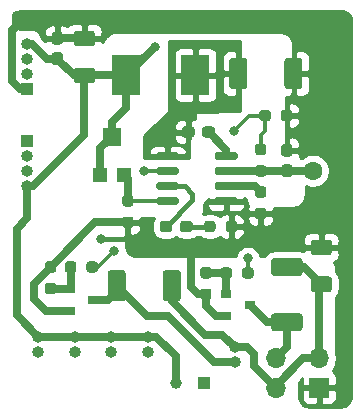
<source format=gbr>
%TF.GenerationSoftware,KiCad,Pcbnew,(5.1.9)-1*%
%TF.CreationDate,2021-12-28T23:28:00-05:00*%
%TF.ProjectId,vr15,76723135-2e6b-4696-9361-645f70636258,rev?*%
%TF.SameCoordinates,Original*%
%TF.FileFunction,Copper,L1,Top*%
%TF.FilePolarity,Positive*%
%FSLAX46Y46*%
G04 Gerber Fmt 4.6, Leading zero omitted, Abs format (unit mm)*
G04 Created by KiCad (PCBNEW (5.1.9)-1) date 2021-12-28 23:28:00*
%MOMM*%
%LPD*%
G01*
G04 APERTURE LIST*
%TA.AperFunction,ComponentPad*%
%ADD10O,1.000000X1.000000*%
%TD*%
%TA.AperFunction,ComponentPad*%
%ADD11R,1.000000X1.000000*%
%TD*%
%TA.AperFunction,ComponentPad*%
%ADD12C,1.000000*%
%TD*%
%TA.AperFunction,SMDPad,CuDef*%
%ADD13R,1.600000X1.500000*%
%TD*%
%TA.AperFunction,SMDPad,CuDef*%
%ADD14R,1.200000X1.200000*%
%TD*%
%TA.AperFunction,ComponentPad*%
%ADD15O,1.700000X1.700000*%
%TD*%
%TA.AperFunction,SMDPad,CuDef*%
%ADD16R,2.413000X3.429000*%
%TD*%
%TA.AperFunction,ComponentPad*%
%ADD17R,1.700000X1.700000*%
%TD*%
%TA.AperFunction,SMDPad,CuDef*%
%ADD18R,0.900000X0.800000*%
%TD*%
%TA.AperFunction,ViaPad*%
%ADD19C,1.600000*%
%TD*%
%TA.AperFunction,ViaPad*%
%ADD20C,0.800000*%
%TD*%
%TA.AperFunction,Conductor*%
%ADD21C,0.635000*%
%TD*%
%TA.AperFunction,Conductor*%
%ADD22C,0.457200*%
%TD*%
%TA.AperFunction,Conductor*%
%ADD23C,0.304800*%
%TD*%
%TA.AperFunction,Conductor*%
%ADD24C,0.254000*%
%TD*%
%TA.AperFunction,Conductor*%
%ADD25C,0.100000*%
%TD*%
G04 APERTURE END LIST*
D10*
%TO.P,J107,4*%
%TO.N,+3V3*%
X89027000Y-88138000D03*
%TO.P,J107,3*%
%TO.N,TXD0*%
X89027000Y-89408000D03*
%TO.P,J107,2*%
%TO.N,RXD0*%
X89027000Y-90678000D03*
D11*
%TO.P,J107,1*%
%TO.N,GND*%
X89027000Y-91948000D03*
%TD*%
%TO.P,TP2,1*%
%TO.N,GND*%
X104000000Y-116840000D03*
%TD*%
D12*
%TO.P,TP1,1*%
%TO.N,+3V3*%
X101600000Y-116840000D03*
%TD*%
D13*
%TO.P,RV1,2*%
%TO.N,+3V3*%
X96202500Y-96012000D03*
D14*
%TO.P,RV1,3*%
%TO.N,Net-(R2-Pad1)*%
X97202500Y-99262000D03*
%TO.P,RV1,1*%
%TO.N,+3V3*%
X95202500Y-99262000D03*
%TD*%
%TO.P,U1,8*%
%TO.N,Net-(C4-Pad1)*%
%TA.AperFunction,SMDPad,CuDef*%
G36*
G01*
X104878000Y-97813000D02*
X104878000Y-97513000D01*
G75*
G02*
X105028000Y-97363000I150000J0D01*
G01*
X106678000Y-97363000D01*
G75*
G02*
X106828000Y-97513000I0J-150000D01*
G01*
X106828000Y-97813000D01*
G75*
G02*
X106678000Y-97963000I-150000J0D01*
G01*
X105028000Y-97963000D01*
G75*
G02*
X104878000Y-97813000I0J150000D01*
G01*
G37*
%TD.AperFunction*%
%TO.P,U1,7*%
%TO.N,+12V*%
%TA.AperFunction,SMDPad,CuDef*%
G36*
G01*
X104878000Y-99083000D02*
X104878000Y-98783000D01*
G75*
G02*
X105028000Y-98633000I150000J0D01*
G01*
X106678000Y-98633000D01*
G75*
G02*
X106828000Y-98783000I0J-150000D01*
G01*
X106828000Y-99083000D01*
G75*
G02*
X106678000Y-99233000I-150000J0D01*
G01*
X105028000Y-99233000D01*
G75*
G02*
X104878000Y-99083000I0J150000D01*
G01*
G37*
%TD.AperFunction*%
%TO.P,U1,6*%
%TO.N,Net-(R4-Pad1)*%
%TA.AperFunction,SMDPad,CuDef*%
G36*
G01*
X104878000Y-100353000D02*
X104878000Y-100053000D01*
G75*
G02*
X105028000Y-99903000I150000J0D01*
G01*
X106678000Y-99903000D01*
G75*
G02*
X106828000Y-100053000I0J-150000D01*
G01*
X106828000Y-100353000D01*
G75*
G02*
X106678000Y-100503000I-150000J0D01*
G01*
X105028000Y-100503000D01*
G75*
G02*
X104878000Y-100353000I0J150000D01*
G01*
G37*
%TD.AperFunction*%
%TO.P,U1,5*%
%TO.N,GND*%
%TA.AperFunction,SMDPad,CuDef*%
G36*
G01*
X104878000Y-101623000D02*
X104878000Y-101323000D01*
G75*
G02*
X105028000Y-101173000I150000J0D01*
G01*
X106678000Y-101173000D01*
G75*
G02*
X106828000Y-101323000I0J-150000D01*
G01*
X106828000Y-101623000D01*
G75*
G02*
X106678000Y-101773000I-150000J0D01*
G01*
X105028000Y-101773000D01*
G75*
G02*
X104878000Y-101623000I0J150000D01*
G01*
G37*
%TD.AperFunction*%
%TO.P,U1,4*%
%TO.N,Net-(R2-Pad1)*%
%TA.AperFunction,SMDPad,CuDef*%
G36*
G01*
X99928000Y-101623000D02*
X99928000Y-101323000D01*
G75*
G02*
X100078000Y-101173000I150000J0D01*
G01*
X101728000Y-101173000D01*
G75*
G02*
X101878000Y-101323000I0J-150000D01*
G01*
X101878000Y-101623000D01*
G75*
G02*
X101728000Y-101773000I-150000J0D01*
G01*
X100078000Y-101773000D01*
G75*
G02*
X99928000Y-101623000I0J150000D01*
G01*
G37*
%TD.AperFunction*%
%TO.P,U1,3*%
%TO.N,Net-(C3-Pad1)*%
%TA.AperFunction,SMDPad,CuDef*%
G36*
G01*
X99928000Y-100353000D02*
X99928000Y-100053000D01*
G75*
G02*
X100078000Y-99903000I150000J0D01*
G01*
X101728000Y-99903000D01*
G75*
G02*
X101878000Y-100053000I0J-150000D01*
G01*
X101878000Y-100353000D01*
G75*
G02*
X101728000Y-100503000I-150000J0D01*
G01*
X100078000Y-100503000D01*
G75*
G02*
X99928000Y-100353000I0J150000D01*
G01*
G37*
%TD.AperFunction*%
%TO.P,U1,2*%
%TO.N,Net-(R5-Pad2)*%
%TA.AperFunction,SMDPad,CuDef*%
G36*
G01*
X99928000Y-99083000D02*
X99928000Y-98783000D01*
G75*
G02*
X100078000Y-98633000I150000J0D01*
G01*
X101728000Y-98633000D01*
G75*
G02*
X101878000Y-98783000I0J-150000D01*
G01*
X101878000Y-99083000D01*
G75*
G02*
X101728000Y-99233000I-150000J0D01*
G01*
X100078000Y-99233000D01*
G75*
G02*
X99928000Y-99083000I0J150000D01*
G01*
G37*
%TD.AperFunction*%
%TO.P,U1,1*%
%TO.N,Net-(C4-Pad2)*%
%TA.AperFunction,SMDPad,CuDef*%
G36*
G01*
X99928000Y-97813000D02*
X99928000Y-97513000D01*
G75*
G02*
X100078000Y-97363000I150000J0D01*
G01*
X101728000Y-97363000D01*
G75*
G02*
X101878000Y-97513000I0J-150000D01*
G01*
X101878000Y-97813000D01*
G75*
G02*
X101728000Y-97963000I-150000J0D01*
G01*
X100078000Y-97963000D01*
G75*
G02*
X99928000Y-97813000I0J150000D01*
G01*
G37*
%TD.AperFunction*%
%TD*%
%TO.P,D102,2*%
%TO.N,Net-(D102-Pad2)*%
%TA.AperFunction,SMDPad,CuDef*%
G36*
G01*
X97346000Y-107573499D02*
X97346000Y-109723501D01*
G75*
G02*
X97096001Y-109973500I-249999J0D01*
G01*
X96070999Y-109973500D01*
G75*
G02*
X95821000Y-109723501I0J249999D01*
G01*
X95821000Y-107573499D01*
G75*
G02*
X96070999Y-107323500I249999J0D01*
G01*
X97096001Y-107323500D01*
G75*
G02*
X97346000Y-107573499I0J-249999D01*
G01*
G37*
%TD.AperFunction*%
%TO.P,D102,1*%
%TO.N,+12V*%
%TA.AperFunction,SMDPad,CuDef*%
G36*
G01*
X102021000Y-107573499D02*
X102021000Y-109723501D01*
G75*
G02*
X101771001Y-109973500I-249999J0D01*
G01*
X100745999Y-109973500D01*
G75*
G02*
X100496000Y-109723501I0J249999D01*
G01*
X100496000Y-107573499D01*
G75*
G02*
X100745999Y-107323500I249999J0D01*
G01*
X101771001Y-107323500D01*
G75*
G02*
X102021000Y-107573499I0J-249999D01*
G01*
G37*
%TD.AperFunction*%
%TD*%
%TO.P,D101,2*%
%TO.N,Net-(D101-Pad2)*%
%TA.AperFunction,SMDPad,CuDef*%
G36*
G01*
X109922999Y-110973500D02*
X112073001Y-110973500D01*
G75*
G02*
X112323000Y-111223499I0J-249999D01*
G01*
X112323000Y-112248501D01*
G75*
G02*
X112073001Y-112498500I-249999J0D01*
G01*
X109922999Y-112498500D01*
G75*
G02*
X109673000Y-112248501I0J249999D01*
G01*
X109673000Y-111223499D01*
G75*
G02*
X109922999Y-110973500I249999J0D01*
G01*
G37*
%TD.AperFunction*%
%TO.P,D101,1*%
%TO.N,+12V*%
%TA.AperFunction,SMDPad,CuDef*%
G36*
G01*
X109922999Y-106298500D02*
X112073001Y-106298500D01*
G75*
G02*
X112323000Y-106548499I0J-249999D01*
G01*
X112323000Y-107573501D01*
G75*
G02*
X112073001Y-107823500I-249999J0D01*
G01*
X109922999Y-107823500D01*
G75*
G02*
X109673000Y-107573501I0J249999D01*
G01*
X109673000Y-106548499D01*
G75*
G02*
X109922999Y-106298500I249999J0D01*
G01*
G37*
%TD.AperFunction*%
%TD*%
%TO.P,D1,2*%
%TO.N,GND*%
%TA.AperFunction,SMDPad,CuDef*%
G36*
G01*
X110795000Y-91753001D02*
X110795000Y-89602999D01*
G75*
G02*
X111044999Y-89353000I249999J0D01*
G01*
X112070001Y-89353000D01*
G75*
G02*
X112320000Y-89602999I0J-249999D01*
G01*
X112320000Y-91753001D01*
G75*
G02*
X112070001Y-92003000I-249999J0D01*
G01*
X111044999Y-92003000D01*
G75*
G02*
X110795000Y-91753001I0J249999D01*
G01*
G37*
%TD.AperFunction*%
%TO.P,D1,1*%
%TO.N,Net-(C4-Pad2)*%
%TA.AperFunction,SMDPad,CuDef*%
G36*
G01*
X106120000Y-91753001D02*
X106120000Y-89602999D01*
G75*
G02*
X106369999Y-89353000I249999J0D01*
G01*
X107395001Y-89353000D01*
G75*
G02*
X107645000Y-89602999I0J-249999D01*
G01*
X107645000Y-91753001D01*
G75*
G02*
X107395001Y-92003000I-249999J0D01*
G01*
X106369999Y-92003000D01*
G75*
G02*
X106120000Y-91753001I0J249999D01*
G01*
G37*
%TD.AperFunction*%
%TD*%
D15*
%TO.P,J101,2*%
%TO.N,Net-(D101-Pad2)*%
X110045500Y-114744500D03*
%TO.P,J101,1*%
%TO.N,+12V*%
X110045500Y-117284500D03*
%TD*%
D10*
%TO.P,J102,2*%
%TO.N,Net-(D102-Pad2)*%
X106616500Y-115125500D03*
%TO.P,J102,1*%
%TO.N,+12V*%
X106616500Y-113855500D03*
%TD*%
%TO.P,J106,2*%
%TO.N,sw_bolt*%
X99250500Y-114236500D03*
%TO.P,J106,1*%
%TO.N,+3V3*%
X99250500Y-112966500D03*
%TD*%
%TO.P,J105,2*%
%TO.N,sw_mag*%
X96139000Y-114236500D03*
%TO.P,J105,1*%
%TO.N,+3V3*%
X96139000Y-112966500D03*
%TD*%
%TO.P,J104,2*%
%TO.N,sw_selector*%
X93027500Y-114236500D03*
%TO.P,J104,1*%
%TO.N,+3V3*%
X93027500Y-112966500D03*
%TD*%
%TO.P,J103,2*%
%TO.N,sw_fire*%
X89916000Y-114236500D03*
%TO.P,J103,1*%
%TO.N,+3V3*%
X89916000Y-112966500D03*
%TD*%
D16*
%TO.P,L1,2*%
%TO.N,+3V3*%
X97409000Y-90805000D03*
%TO.P,L1,1*%
%TO.N,Net-(C4-Pad2)*%
X103251000Y-90805000D03*
%TD*%
D15*
%TO.P,J1,2*%
%TO.N,+12V*%
X113728500Y-114744500D03*
D17*
%TO.P,J1,1*%
%TO.N,GND*%
X113728500Y-117284500D03*
%TD*%
%TO.P,R3,2*%
%TO.N,GND*%
%TA.AperFunction,SMDPad,CuDef*%
G36*
G01*
X105811500Y-103869500D02*
X105811500Y-103394500D01*
G75*
G02*
X106049000Y-103157000I237500J0D01*
G01*
X106549000Y-103157000D01*
G75*
G02*
X106786500Y-103394500I0J-237500D01*
G01*
X106786500Y-103869500D01*
G75*
G02*
X106549000Y-104107000I-237500J0D01*
G01*
X106049000Y-104107000D01*
G75*
G02*
X105811500Y-103869500I0J237500D01*
G01*
G37*
%TD.AperFunction*%
%TO.P,R3,1*%
%TO.N,Net-(C3-Pad2)*%
%TA.AperFunction,SMDPad,CuDef*%
G36*
G01*
X103986500Y-103869500D02*
X103986500Y-103394500D01*
G75*
G02*
X104224000Y-103157000I237500J0D01*
G01*
X104724000Y-103157000D01*
G75*
G02*
X104961500Y-103394500I0J-237500D01*
G01*
X104961500Y-103869500D01*
G75*
G02*
X104724000Y-104107000I-237500J0D01*
G01*
X104224000Y-104107000D01*
G75*
G02*
X103986500Y-103869500I0J237500D01*
G01*
G37*
%TD.AperFunction*%
%TD*%
%TO.P,R2,2*%
%TO.N,GND*%
%TA.AperFunction,SMDPad,CuDef*%
G36*
G01*
X97298500Y-102787000D02*
X97773500Y-102787000D01*
G75*
G02*
X98011000Y-103024500I0J-237500D01*
G01*
X98011000Y-103524500D01*
G75*
G02*
X97773500Y-103762000I-237500J0D01*
G01*
X97298500Y-103762000D01*
G75*
G02*
X97061000Y-103524500I0J237500D01*
G01*
X97061000Y-103024500D01*
G75*
G02*
X97298500Y-102787000I237500J0D01*
G01*
G37*
%TD.AperFunction*%
%TO.P,R2,1*%
%TO.N,Net-(R2-Pad1)*%
%TA.AperFunction,SMDPad,CuDef*%
G36*
G01*
X97298500Y-100962000D02*
X97773500Y-100962000D01*
G75*
G02*
X98011000Y-101199500I0J-237500D01*
G01*
X98011000Y-101699500D01*
G75*
G02*
X97773500Y-101937000I-237500J0D01*
G01*
X97298500Y-101937000D01*
G75*
G02*
X97061000Y-101699500I0J237500D01*
G01*
X97061000Y-101199500D01*
G75*
G02*
X97298500Y-100962000I237500J0D01*
G01*
G37*
%TD.AperFunction*%
%TD*%
%TO.P,R4,2*%
%TO.N,GND*%
%TA.AperFunction,SMDPad,CuDef*%
G36*
G01*
X108538000Y-102048500D02*
X109013000Y-102048500D01*
G75*
G02*
X109250500Y-102286000I0J-237500D01*
G01*
X109250500Y-102786000D01*
G75*
G02*
X109013000Y-103023500I-237500J0D01*
G01*
X108538000Y-103023500D01*
G75*
G02*
X108300500Y-102786000I0J237500D01*
G01*
X108300500Y-102286000D01*
G75*
G02*
X108538000Y-102048500I237500J0D01*
G01*
G37*
%TD.AperFunction*%
%TO.P,R4,1*%
%TO.N,Net-(R4-Pad1)*%
%TA.AperFunction,SMDPad,CuDef*%
G36*
G01*
X108538000Y-100223500D02*
X109013000Y-100223500D01*
G75*
G02*
X109250500Y-100461000I0J-237500D01*
G01*
X109250500Y-100961000D01*
G75*
G02*
X109013000Y-101198500I-237500J0D01*
G01*
X108538000Y-101198500D01*
G75*
G02*
X108300500Y-100961000I0J237500D01*
G01*
X108300500Y-100461000D01*
G75*
G02*
X108538000Y-100223500I237500J0D01*
G01*
G37*
%TD.AperFunction*%
%TD*%
%TO.P,R6,2*%
%TO.N,GND*%
%TA.AperFunction,SMDPad,CuDef*%
G36*
G01*
X110494000Y-94471500D02*
X110494000Y-93996500D01*
G75*
G02*
X110731500Y-93759000I237500J0D01*
G01*
X111231500Y-93759000D01*
G75*
G02*
X111469000Y-93996500I0J-237500D01*
G01*
X111469000Y-94471500D01*
G75*
G02*
X111231500Y-94709000I-237500J0D01*
G01*
X110731500Y-94709000D01*
G75*
G02*
X110494000Y-94471500I0J237500D01*
G01*
G37*
%TD.AperFunction*%
%TO.P,R6,1*%
%TO.N,Net-(R5-Pad2)*%
%TA.AperFunction,SMDPad,CuDef*%
G36*
G01*
X108669000Y-94471500D02*
X108669000Y-93996500D01*
G75*
G02*
X108906500Y-93759000I237500J0D01*
G01*
X109406500Y-93759000D01*
G75*
G02*
X109644000Y-93996500I0J-237500D01*
G01*
X109644000Y-94471500D01*
G75*
G02*
X109406500Y-94709000I-237500J0D01*
G01*
X108906500Y-94709000D01*
G75*
G02*
X108669000Y-94471500I0J237500D01*
G01*
G37*
%TD.AperFunction*%
%TD*%
%TO.P,R5,2*%
%TO.N,Net-(R5-Pad2)*%
%TA.AperFunction,SMDPad,CuDef*%
G36*
G01*
X109013000Y-97579000D02*
X108538000Y-97579000D01*
G75*
G02*
X108300500Y-97341500I0J237500D01*
G01*
X108300500Y-96841500D01*
G75*
G02*
X108538000Y-96604000I237500J0D01*
G01*
X109013000Y-96604000D01*
G75*
G02*
X109250500Y-96841500I0J-237500D01*
G01*
X109250500Y-97341500D01*
G75*
G02*
X109013000Y-97579000I-237500J0D01*
G01*
G37*
%TD.AperFunction*%
%TO.P,R5,1*%
%TO.N,+12V*%
%TA.AperFunction,SMDPad,CuDef*%
G36*
G01*
X109013000Y-99404000D02*
X108538000Y-99404000D01*
G75*
G02*
X108300500Y-99166500I0J237500D01*
G01*
X108300500Y-98666500D01*
G75*
G02*
X108538000Y-98429000I237500J0D01*
G01*
X109013000Y-98429000D01*
G75*
G02*
X109250500Y-98666500I0J-237500D01*
G01*
X109250500Y-99166500D01*
G75*
G02*
X109013000Y-99404000I-237500J0D01*
G01*
G37*
%TD.AperFunction*%
%TD*%
D10*
%TO.P,J108,4*%
%TO.N,+3V3*%
X89027000Y-100203000D03*
%TO.P,J108,3*%
%TO.N,SCL*%
X89027000Y-98933000D03*
%TO.P,J108,2*%
%TO.N,SDA*%
X89027000Y-97663000D03*
D11*
%TO.P,J108,1*%
%TO.N,GND*%
X89027000Y-96393000D03*
%TD*%
%TO.P,C7,2*%
%TO.N,GND*%
%TA.AperFunction,SMDPad,CuDef*%
G36*
G01*
X91804500Y-88231000D02*
X91329500Y-88231000D01*
G75*
G02*
X91092000Y-87993500I0J237500D01*
G01*
X91092000Y-87393500D01*
G75*
G02*
X91329500Y-87156000I237500J0D01*
G01*
X91804500Y-87156000D01*
G75*
G02*
X92042000Y-87393500I0J-237500D01*
G01*
X92042000Y-87993500D01*
G75*
G02*
X91804500Y-88231000I-237500J0D01*
G01*
G37*
%TD.AperFunction*%
%TO.P,C7,1*%
%TO.N,+3V3*%
%TA.AperFunction,SMDPad,CuDef*%
G36*
G01*
X91804500Y-89956000D02*
X91329500Y-89956000D01*
G75*
G02*
X91092000Y-89718500I0J237500D01*
G01*
X91092000Y-89118500D01*
G75*
G02*
X91329500Y-88881000I237500J0D01*
G01*
X91804500Y-88881000D01*
G75*
G02*
X92042000Y-89118500I0J-237500D01*
G01*
X92042000Y-89718500D01*
G75*
G02*
X91804500Y-89956000I-237500J0D01*
G01*
G37*
%TD.AperFunction*%
%TD*%
%TO.P,C2,2*%
%TO.N,GND*%
%TA.AperFunction,SMDPad,CuDef*%
G36*
G01*
X94503002Y-88381000D02*
X93202998Y-88381000D01*
G75*
G02*
X92953000Y-88131002I0J249998D01*
G01*
X92953000Y-87305998D01*
G75*
G02*
X93202998Y-87056000I249998J0D01*
G01*
X94503002Y-87056000D01*
G75*
G02*
X94753000Y-87305998I0J-249998D01*
G01*
X94753000Y-88131002D01*
G75*
G02*
X94503002Y-88381000I-249998J0D01*
G01*
G37*
%TD.AperFunction*%
%TO.P,C2,1*%
%TO.N,+3V3*%
%TA.AperFunction,SMDPad,CuDef*%
G36*
G01*
X94503002Y-91506000D02*
X93202998Y-91506000D01*
G75*
G02*
X92953000Y-91256002I0J249998D01*
G01*
X92953000Y-90430998D01*
G75*
G02*
X93202998Y-90181000I249998J0D01*
G01*
X94503002Y-90181000D01*
G75*
G02*
X94753000Y-90430998I0J-249998D01*
G01*
X94753000Y-91256002D01*
G75*
G02*
X94503002Y-91506000I-249998J0D01*
G01*
G37*
%TD.AperFunction*%
%TD*%
%TO.P,C3,2*%
%TO.N,Net-(C3-Pad2)*%
%TA.AperFunction,SMDPad,CuDef*%
G36*
G01*
X101951500Y-103869500D02*
X101951500Y-103394500D01*
G75*
G02*
X102189000Y-103157000I237500J0D01*
G01*
X102789000Y-103157000D01*
G75*
G02*
X103026500Y-103394500I0J-237500D01*
G01*
X103026500Y-103869500D01*
G75*
G02*
X102789000Y-104107000I-237500J0D01*
G01*
X102189000Y-104107000D01*
G75*
G02*
X101951500Y-103869500I0J237500D01*
G01*
G37*
%TD.AperFunction*%
%TO.P,C3,1*%
%TO.N,Net-(C3-Pad1)*%
%TA.AperFunction,SMDPad,CuDef*%
G36*
G01*
X100226500Y-103869500D02*
X100226500Y-103394500D01*
G75*
G02*
X100464000Y-103157000I237500J0D01*
G01*
X101064000Y-103157000D01*
G75*
G02*
X101301500Y-103394500I0J-237500D01*
G01*
X101301500Y-103869500D01*
G75*
G02*
X101064000Y-104107000I-237500J0D01*
G01*
X100464000Y-104107000D01*
G75*
G02*
X100226500Y-103869500I0J237500D01*
G01*
G37*
%TD.AperFunction*%
%TD*%
%TO.P,C4,2*%
%TO.N,Net-(C4-Pad2)*%
%TA.AperFunction,SMDPad,CuDef*%
G36*
G01*
X103180000Y-95393500D02*
X103180000Y-95868500D01*
G75*
G02*
X102942500Y-96106000I-237500J0D01*
G01*
X102342500Y-96106000D01*
G75*
G02*
X102105000Y-95868500I0J237500D01*
G01*
X102105000Y-95393500D01*
G75*
G02*
X102342500Y-95156000I237500J0D01*
G01*
X102942500Y-95156000D01*
G75*
G02*
X103180000Y-95393500I0J-237500D01*
G01*
G37*
%TD.AperFunction*%
%TO.P,C4,1*%
%TO.N,Net-(C4-Pad1)*%
%TA.AperFunction,SMDPad,CuDef*%
G36*
G01*
X104905000Y-95393500D02*
X104905000Y-95868500D01*
G75*
G02*
X104667500Y-96106000I-237500J0D01*
G01*
X104067500Y-96106000D01*
G75*
G02*
X103830000Y-95868500I0J237500D01*
G01*
X103830000Y-95393500D01*
G75*
G02*
X104067500Y-95156000I237500J0D01*
G01*
X104667500Y-95156000D01*
G75*
G02*
X104905000Y-95393500I0J-237500D01*
G01*
G37*
%TD.AperFunction*%
%TD*%
%TO.P,C1,2*%
%TO.N,GND*%
%TA.AperFunction,SMDPad,CuDef*%
G36*
G01*
X114569002Y-106059000D02*
X113268998Y-106059000D01*
G75*
G02*
X113019000Y-105809002I0J249998D01*
G01*
X113019000Y-104983998D01*
G75*
G02*
X113268998Y-104734000I249998J0D01*
G01*
X114569002Y-104734000D01*
G75*
G02*
X114819000Y-104983998I0J-249998D01*
G01*
X114819000Y-105809002D01*
G75*
G02*
X114569002Y-106059000I-249998J0D01*
G01*
G37*
%TD.AperFunction*%
%TO.P,C1,1*%
%TO.N,+12V*%
%TA.AperFunction,SMDPad,CuDef*%
G36*
G01*
X114569002Y-109184000D02*
X113268998Y-109184000D01*
G75*
G02*
X113019000Y-108934002I0J249998D01*
G01*
X113019000Y-108108998D01*
G75*
G02*
X113268998Y-107859000I249998J0D01*
G01*
X114569002Y-107859000D01*
G75*
G02*
X114819000Y-108108998I0J-249998D01*
G01*
X114819000Y-108934002D01*
G75*
G02*
X114569002Y-109184000I-249998J0D01*
G01*
G37*
%TD.AperFunction*%
%TD*%
%TO.P,C5,2*%
%TO.N,GND*%
%TA.AperFunction,SMDPad,CuDef*%
G36*
G01*
X111235500Y-97719000D02*
X110760500Y-97719000D01*
G75*
G02*
X110523000Y-97481500I0J237500D01*
G01*
X110523000Y-96881500D01*
G75*
G02*
X110760500Y-96644000I237500J0D01*
G01*
X111235500Y-96644000D01*
G75*
G02*
X111473000Y-96881500I0J-237500D01*
G01*
X111473000Y-97481500D01*
G75*
G02*
X111235500Y-97719000I-237500J0D01*
G01*
G37*
%TD.AperFunction*%
%TO.P,C5,1*%
%TO.N,+12V*%
%TA.AperFunction,SMDPad,CuDef*%
G36*
G01*
X111235500Y-99444000D02*
X110760500Y-99444000D01*
G75*
G02*
X110523000Y-99206500I0J237500D01*
G01*
X110523000Y-98606500D01*
G75*
G02*
X110760500Y-98369000I237500J0D01*
G01*
X111235500Y-98369000D01*
G75*
G02*
X111473000Y-98606500I0J-237500D01*
G01*
X111473000Y-99206500D01*
G75*
G02*
X111235500Y-99444000I-237500J0D01*
G01*
G37*
%TD.AperFunction*%
%TD*%
%TO.P,R108,2*%
%TO.N,bolt_catch*%
%TA.AperFunction,SMDPad,CuDef*%
G36*
G01*
X94024000Y-107298500D02*
X94024000Y-106823500D01*
G75*
G02*
X94261500Y-106586000I237500J0D01*
G01*
X94761500Y-106586000D01*
G75*
G02*
X94999000Y-106823500I0J-237500D01*
G01*
X94999000Y-107298500D01*
G75*
G02*
X94761500Y-107536000I-237500J0D01*
G01*
X94261500Y-107536000D01*
G75*
G02*
X94024000Y-107298500I0J237500D01*
G01*
G37*
%TD.AperFunction*%
%TO.P,R108,1*%
%TO.N,Net-(Q102-Pad1)*%
%TA.AperFunction,SMDPad,CuDef*%
G36*
G01*
X92199000Y-107298500D02*
X92199000Y-106823500D01*
G75*
G02*
X92436500Y-106586000I237500J0D01*
G01*
X92936500Y-106586000D01*
G75*
G02*
X93174000Y-106823500I0J-237500D01*
G01*
X93174000Y-107298500D01*
G75*
G02*
X92936500Y-107536000I-237500J0D01*
G01*
X92436500Y-107536000D01*
G75*
G02*
X92199000Y-107298500I0J237500D01*
G01*
G37*
%TD.AperFunction*%
%TD*%
%TO.P,R104,2*%
%TO.N,valve*%
%TA.AperFunction,SMDPad,CuDef*%
G36*
G01*
X107208500Y-107806500D02*
X107208500Y-107331500D01*
G75*
G02*
X107446000Y-107094000I237500J0D01*
G01*
X107946000Y-107094000D01*
G75*
G02*
X108183500Y-107331500I0J-237500D01*
G01*
X108183500Y-107806500D01*
G75*
G02*
X107946000Y-108044000I-237500J0D01*
G01*
X107446000Y-108044000D01*
G75*
G02*
X107208500Y-107806500I0J237500D01*
G01*
G37*
%TD.AperFunction*%
%TO.P,R104,1*%
%TO.N,Net-(Q101-Pad1)*%
%TA.AperFunction,SMDPad,CuDef*%
G36*
G01*
X105383500Y-107806500D02*
X105383500Y-107331500D01*
G75*
G02*
X105621000Y-107094000I237500J0D01*
G01*
X106121000Y-107094000D01*
G75*
G02*
X106358500Y-107331500I0J-237500D01*
G01*
X106358500Y-107806500D01*
G75*
G02*
X106121000Y-108044000I-237500J0D01*
G01*
X105621000Y-108044000D01*
G75*
G02*
X105383500Y-107806500I0J237500D01*
G01*
G37*
%TD.AperFunction*%
%TD*%
%TO.P,R109,2*%
%TO.N,GND*%
%TA.AperFunction,SMDPad,CuDef*%
G36*
G01*
X91233000Y-107548500D02*
X90758000Y-107548500D01*
G75*
G02*
X90520500Y-107311000I0J237500D01*
G01*
X90520500Y-106811000D01*
G75*
G02*
X90758000Y-106573500I237500J0D01*
G01*
X91233000Y-106573500D01*
G75*
G02*
X91470500Y-106811000I0J-237500D01*
G01*
X91470500Y-107311000D01*
G75*
G02*
X91233000Y-107548500I-237500J0D01*
G01*
G37*
%TD.AperFunction*%
%TO.P,R109,1*%
%TO.N,Net-(Q102-Pad1)*%
%TA.AperFunction,SMDPad,CuDef*%
G36*
G01*
X91233000Y-109373500D02*
X90758000Y-109373500D01*
G75*
G02*
X90520500Y-109136000I0J237500D01*
G01*
X90520500Y-108636000D01*
G75*
G02*
X90758000Y-108398500I237500J0D01*
G01*
X91233000Y-108398500D01*
G75*
G02*
X91470500Y-108636000I0J-237500D01*
G01*
X91470500Y-109136000D01*
G75*
G02*
X91233000Y-109373500I-237500J0D01*
G01*
G37*
%TD.AperFunction*%
%TD*%
%TO.P,R105,2*%
%TO.N,GND*%
%TA.AperFunction,SMDPad,CuDef*%
G36*
G01*
X103902500Y-108883000D02*
X104377500Y-108883000D01*
G75*
G02*
X104615000Y-109120500I0J-237500D01*
G01*
X104615000Y-109620500D01*
G75*
G02*
X104377500Y-109858000I-237500J0D01*
G01*
X103902500Y-109858000D01*
G75*
G02*
X103665000Y-109620500I0J237500D01*
G01*
X103665000Y-109120500D01*
G75*
G02*
X103902500Y-108883000I237500J0D01*
G01*
G37*
%TD.AperFunction*%
%TO.P,R105,1*%
%TO.N,Net-(Q101-Pad1)*%
%TA.AperFunction,SMDPad,CuDef*%
G36*
G01*
X103902500Y-107058000D02*
X104377500Y-107058000D01*
G75*
G02*
X104615000Y-107295500I0J-237500D01*
G01*
X104615000Y-107795500D01*
G75*
G02*
X104377500Y-108033000I-237500J0D01*
G01*
X103902500Y-108033000D01*
G75*
G02*
X103665000Y-107795500I0J237500D01*
G01*
X103665000Y-107295500D01*
G75*
G02*
X103902500Y-107058000I237500J0D01*
G01*
G37*
%TD.AperFunction*%
%TD*%
D18*
%TO.P,Q102,3*%
%TO.N,Net-(D102-Pad2)*%
X94615000Y-109855000D03*
%TO.P,Q102,2*%
%TO.N,GND*%
X92615000Y-110805000D03*
%TO.P,Q102,1*%
%TO.N,Net-(Q102-Pad1)*%
X92615000Y-108905000D03*
%TD*%
%TO.P,Q101,3*%
%TO.N,Net-(D101-Pad2)*%
X107854500Y-110297000D03*
%TO.P,Q101,2*%
%TO.N,GND*%
X105854500Y-111247000D03*
%TO.P,Q101,1*%
%TO.N,Net-(Q101-Pad1)*%
X105854500Y-109347000D03*
%TD*%
D19*
%TO.N,GND*%
X109093000Y-104838500D03*
X96647000Y-86232996D03*
X106426000Y-86296500D03*
D20*
X95224600Y-104648000D03*
%TO.N,+3V3*%
X99822000Y-88392000D03*
D19*
%TO.N,+12V*%
X113194008Y-98906500D03*
D20*
%TO.N,Net-(R5-Pad2)*%
X98869500Y-98933000D03*
X106489500Y-95503994D03*
%TO.N,bolt_catch*%
X96393000Y-105664000D03*
%TO.N,valve*%
X107696000Y-106299002D03*
%TD*%
D21*
%TO.N,GND*%
X93853000Y-87718500D02*
X93814500Y-87718500D01*
X93789500Y-87693500D02*
X91567000Y-87693500D01*
X93814500Y-87718500D02*
X93789500Y-87693500D01*
X104140000Y-109370500D02*
X103465000Y-109370500D01*
X103465000Y-109370500D02*
X102870000Y-108775500D01*
X102870000Y-108775500D02*
X102870000Y-107260254D01*
X102870000Y-107260254D02*
X102870000Y-105600500D01*
X104140000Y-109370500D02*
X104140000Y-110363000D01*
X105024000Y-111247000D02*
X105854500Y-111247000D01*
X104140000Y-110363000D02*
X105024000Y-111247000D01*
X94782000Y-103274500D02*
X97536000Y-103274500D01*
X90995500Y-107061000D02*
X94782000Y-103274500D01*
X92615000Y-110805000D02*
X90617000Y-110805000D01*
X90617000Y-110805000D02*
X89598500Y-109786500D01*
X89598500Y-108458000D02*
X90995500Y-107061000D01*
X89598500Y-109786500D02*
X89598500Y-108458000D01*
D22*
X97301198Y-104648000D02*
X95790285Y-104648000D01*
X95790285Y-104648000D02*
X95224600Y-104648000D01*
X97304299Y-104644899D02*
X97301198Y-104648000D01*
D21*
X87757000Y-86995000D02*
X88138000Y-86614000D01*
X87757000Y-91313000D02*
X87757000Y-86995000D01*
X88392000Y-91948000D02*
X87757000Y-91313000D01*
X89027000Y-91948000D02*
X88392000Y-91948000D01*
D23*
%TO.N,+3V3*%
X97536000Y-90932000D02*
X97409000Y-90805000D01*
D21*
X93853000Y-90843500D02*
X93891500Y-90843500D01*
X93853000Y-90843500D02*
X92939000Y-90843500D01*
X91567000Y-89471500D02*
X91567000Y-89418500D01*
X92939000Y-90843500D02*
X91567000Y-89471500D01*
X97370500Y-90843500D02*
X97409000Y-90805000D01*
X93853000Y-90843500D02*
X97370500Y-90843500D01*
X99822000Y-88392000D02*
X97409000Y-90805000D01*
X99250500Y-112966500D02*
X89916000Y-112966500D01*
X96202500Y-96012000D02*
X96202500Y-94805500D01*
X97409000Y-93599000D02*
X97409000Y-90805000D01*
X96202500Y-94805500D02*
X97409000Y-93599000D01*
X95202500Y-97012000D02*
X96202500Y-96012000D01*
X95202500Y-99262000D02*
X95202500Y-97012000D01*
X93853000Y-95885000D02*
X93853000Y-90843500D01*
X93853000Y-95885000D02*
X89535000Y-100203000D01*
X89535000Y-100203000D02*
X89027000Y-100203000D01*
X89916000Y-112966500D02*
X88110499Y-111160999D01*
X88110499Y-111160999D02*
X88110499Y-103837301D01*
X88110499Y-103837301D02*
X89027000Y-102920800D01*
X89027000Y-102920800D02*
X89027000Y-100203000D01*
X99957606Y-112966500D02*
X99250500Y-112966500D01*
X101600000Y-114608894D02*
X99957606Y-112966500D01*
X101600000Y-116840000D02*
X101600000Y-114608894D01*
X89408000Y-88138000D02*
X89027000Y-88138000D01*
X90688500Y-89418500D02*
X89408000Y-88138000D01*
X91567000Y-89418500D02*
X90688500Y-89418500D01*
%TO.N,+12V*%
X111061500Y-106997500D02*
X110998000Y-107061000D01*
X112458500Y-107061000D02*
X113919000Y-108521500D01*
X110998000Y-107061000D02*
X112458500Y-107061000D01*
X101258500Y-109640500D02*
X101258500Y-108648500D01*
X106616500Y-113855500D02*
X105537000Y-112776000D01*
X101258500Y-109973500D02*
X101258500Y-108648500D01*
X104061000Y-112776000D02*
X101258500Y-109973500D01*
X105537000Y-112776000D02*
X104061000Y-112776000D01*
X108759000Y-98933000D02*
X108775500Y-98916500D01*
X105853000Y-98933000D02*
X108759000Y-98933000D01*
X108204000Y-115443000D02*
X110045500Y-117284500D01*
X108204000Y-114427000D02*
X108204000Y-115443000D01*
X107632500Y-113855500D02*
X108204000Y-114427000D01*
X106616500Y-113855500D02*
X107632500Y-113855500D01*
X110045500Y-117094000D02*
X110045500Y-117284500D01*
X112395000Y-114744500D02*
X110045500Y-117094000D01*
X112395000Y-114744500D02*
X113728500Y-114744500D01*
X113728500Y-108712000D02*
X113919000Y-108521500D01*
X113728500Y-114744500D02*
X113728500Y-108712000D01*
X110988000Y-98916500D02*
X110998000Y-98906500D01*
X108775500Y-98916500D02*
X110988000Y-98916500D01*
X110998000Y-98906500D02*
X113194008Y-98906500D01*
X113194008Y-98832490D02*
X113194008Y-98906500D01*
D22*
%TO.N,Net-(C3-Pad2)*%
X102489000Y-103632000D02*
X104474000Y-103632000D01*
%TO.N,Net-(C3-Pad1)*%
X100457000Y-103632000D02*
X100764000Y-103632000D01*
X100903000Y-100203000D02*
X102362000Y-100203000D01*
X102362000Y-100203000D02*
X102997000Y-100838000D01*
X102997000Y-101399000D02*
X100764000Y-103632000D01*
X102997000Y-100838000D02*
X102997000Y-101399000D01*
D21*
%TO.N,Net-(C4-Pad2)*%
X103251000Y-90805000D02*
X103251000Y-90551000D01*
%TO.N,Net-(C4-Pad1)*%
X105853000Y-97116500D02*
X104367500Y-95631000D01*
X105853000Y-97663000D02*
X105853000Y-97116500D01*
%TO.N,Net-(R4-Pad1)*%
X108267500Y-100203000D02*
X108775500Y-100711000D01*
X105853000Y-100203000D02*
X108267500Y-100203000D01*
%TO.N,Net-(D102-Pad2)*%
X96583500Y-108648500D02*
X96583500Y-109093000D01*
X95821500Y-109855000D02*
X94615000Y-109855000D01*
X96583500Y-109093000D02*
X95821500Y-109855000D01*
X106616500Y-115125500D02*
X105537000Y-115125500D01*
X96583500Y-108648500D02*
X99123500Y-111188500D01*
X99123500Y-111188500D02*
X100901500Y-111188500D01*
X104838500Y-115125500D02*
X105537000Y-115125500D01*
X100901500Y-111188500D02*
X104838500Y-115125500D01*
%TO.N,Net-(Q101-Pad1)*%
X105847500Y-107545500D02*
X105871000Y-107569000D01*
X104140000Y-107545500D02*
X105847500Y-107545500D01*
X105871000Y-109330500D02*
X105854500Y-109347000D01*
X105871000Y-107569000D02*
X105871000Y-109330500D01*
%TO.N,Net-(Q102-Pad1)*%
X92686500Y-108833500D02*
X92615000Y-108905000D01*
X92686500Y-107061000D02*
X92686500Y-108833500D01*
X91014500Y-108905000D02*
X90995500Y-108886000D01*
X92615000Y-108905000D02*
X91014500Y-108905000D01*
D23*
%TO.N,Net-(R5-Pad2)*%
X100903000Y-98933000D02*
X99060000Y-98933000D01*
X99060000Y-98933000D02*
X98869500Y-98933000D01*
X108775500Y-97091500D02*
X108585000Y-97091500D01*
X109156500Y-94234000D02*
X108902500Y-94234000D01*
X107759494Y-94234000D02*
X106489500Y-95503994D01*
X109156500Y-94234000D02*
X107759494Y-94234000D01*
X108775500Y-95885000D02*
X108775500Y-97091500D01*
X109156500Y-95504000D02*
X108775500Y-95885000D01*
X109156500Y-94234000D02*
X109156500Y-95504000D01*
D21*
%TO.N,Net-(D101-Pad2)*%
X109293500Y-111736000D02*
X107854500Y-110297000D01*
X110998000Y-111736000D02*
X109293500Y-111736000D01*
X110998000Y-113792000D02*
X110045500Y-114744500D01*
X110998000Y-111736000D02*
X110998000Y-113792000D01*
D23*
%TO.N,bolt_catch*%
X94511500Y-107061000D02*
X94996000Y-107061000D01*
X94996000Y-107061000D02*
X96393000Y-105664000D01*
%TO.N,valve*%
X107696000Y-107569000D02*
X107696000Y-106299002D01*
%TO.N,Net-(R2-Pad1)*%
X100879500Y-101449500D02*
X100903000Y-101473000D01*
X97536000Y-101449500D02*
X100879500Y-101449500D01*
D21*
X97536000Y-99595500D02*
X97202500Y-99262000D01*
X97536000Y-101449500D02*
X97536000Y-99595500D01*
%TD*%
D24*
%TO.N,GND*%
X115785295Y-85424942D02*
X115949229Y-85474770D01*
X116100263Y-85555679D01*
X116232567Y-85664545D01*
X116341042Y-85797171D01*
X116421502Y-85948442D01*
X116427000Y-85966725D01*
X116427001Y-118010379D01*
X116411048Y-118170227D01*
X116361264Y-118333683D01*
X116280575Y-118484298D01*
X116172073Y-118616298D01*
X116039929Y-118724612D01*
X115889199Y-118805096D01*
X115725680Y-118854653D01*
X115549392Y-118872000D01*
X112893234Y-118872000D01*
X112716811Y-118854624D01*
X112553150Y-118804978D01*
X112402328Y-118724362D01*
X112270130Y-118615870D01*
X112161638Y-118483672D01*
X112081022Y-118332850D01*
X112031376Y-118169189D01*
X112027960Y-118134500D01*
X112240428Y-118134500D01*
X112252688Y-118258982D01*
X112288998Y-118378680D01*
X112347963Y-118488994D01*
X112427315Y-118585685D01*
X112524006Y-118665037D01*
X112634320Y-118724002D01*
X112754018Y-118760312D01*
X112878500Y-118772572D01*
X113442750Y-118769500D01*
X113601500Y-118610750D01*
X113601500Y-117411500D01*
X113855500Y-117411500D01*
X113855500Y-118610750D01*
X114014250Y-118769500D01*
X114578500Y-118772572D01*
X114702982Y-118760312D01*
X114822680Y-118724002D01*
X114932994Y-118665037D01*
X115029685Y-118585685D01*
X115109037Y-118488994D01*
X115168002Y-118378680D01*
X115204312Y-118258982D01*
X115216572Y-118134500D01*
X115213500Y-117570250D01*
X115054750Y-117411500D01*
X113855500Y-117411500D01*
X113601500Y-117411500D01*
X112402250Y-117411500D01*
X112243500Y-117570250D01*
X112240428Y-118134500D01*
X112027960Y-118134500D01*
X112014000Y-117992766D01*
X112014000Y-117084234D01*
X112031376Y-116907811D01*
X112081022Y-116744150D01*
X112161638Y-116593328D01*
X112240768Y-116496908D01*
X112243500Y-116998750D01*
X112402250Y-117157500D01*
X113601500Y-117157500D01*
X113601500Y-117137500D01*
X113855500Y-117137500D01*
X113855500Y-117157500D01*
X115054750Y-117157500D01*
X115213500Y-116998750D01*
X115216572Y-116434500D01*
X115204312Y-116310018D01*
X115168002Y-116190320D01*
X115109037Y-116080006D01*
X115029685Y-115983315D01*
X114932994Y-115903963D01*
X114865218Y-115867736D01*
X114867279Y-115865675D01*
X114991642Y-115714138D01*
X115005474Y-115693437D01*
X115097884Y-115520550D01*
X115107412Y-115497549D01*
X115164317Y-115309956D01*
X115169173Y-115285538D01*
X115188388Y-115090448D01*
X115189000Y-115078000D01*
X115189000Y-115013929D01*
X115213500Y-114890760D01*
X115213500Y-114598240D01*
X115189000Y-114475071D01*
X115189000Y-109568496D01*
X115196962Y-109561962D01*
X115307405Y-109427387D01*
X115389472Y-109273852D01*
X115440008Y-109107256D01*
X115457072Y-108934002D01*
X115457072Y-108108998D01*
X115440008Y-107935744D01*
X115389472Y-107769148D01*
X115307405Y-107615613D01*
X115196962Y-107481038D01*
X115189000Y-107474504D01*
X115189000Y-107235500D01*
X115188388Y-107223052D01*
X115169173Y-107027962D01*
X115164317Y-107003544D01*
X115107412Y-106815951D01*
X115097884Y-106792950D01*
X115026605Y-106659597D01*
X115063180Y-106648502D01*
X115173494Y-106589537D01*
X115270185Y-106510185D01*
X115349537Y-106413494D01*
X115408502Y-106303180D01*
X115444812Y-106183482D01*
X115457072Y-106059000D01*
X115454000Y-105682250D01*
X115295250Y-105523500D01*
X114046000Y-105523500D01*
X114046000Y-105543500D01*
X113792000Y-105543500D01*
X113792000Y-105523500D01*
X112542750Y-105523500D01*
X112384000Y-105682250D01*
X112383699Y-105719185D01*
X112246255Y-105677492D01*
X112073001Y-105660428D01*
X109922999Y-105660428D01*
X109749745Y-105677492D01*
X109583149Y-105728028D01*
X109429613Y-105810095D01*
X109295038Y-105920538D01*
X109184595Y-106055113D01*
X109156059Y-106108500D01*
X108713384Y-106108500D01*
X108691226Y-105997104D01*
X108613205Y-105808746D01*
X108499937Y-105639228D01*
X108355774Y-105495065D01*
X108186256Y-105381797D01*
X107997898Y-105303776D01*
X107797939Y-105264002D01*
X107594061Y-105264002D01*
X107394102Y-105303776D01*
X107205744Y-105381797D01*
X107036226Y-105495065D01*
X106892063Y-105639228D01*
X106778795Y-105808746D01*
X106700774Y-105997104D01*
X106678616Y-106108500D01*
X98224734Y-106108500D01*
X98048311Y-106091124D01*
X97884650Y-106041478D01*
X97733828Y-105960862D01*
X97601630Y-105852370D01*
X97493138Y-105720172D01*
X97428000Y-105598307D01*
X97428000Y-105562061D01*
X97388226Y-105362102D01*
X97349336Y-105268214D01*
X97345500Y-105229266D01*
X97345500Y-104301750D01*
X97409000Y-104238250D01*
X97409000Y-103484260D01*
X97412522Y-103472650D01*
X97450552Y-103401500D01*
X97663000Y-103401500D01*
X97663000Y-104238250D01*
X97821750Y-104397000D01*
X98011000Y-104400072D01*
X98135482Y-104387812D01*
X98255180Y-104351502D01*
X98365494Y-104292537D01*
X98462185Y-104213185D01*
X98541537Y-104116494D01*
X98600502Y-104006180D01*
X98636812Y-103886482D01*
X98649072Y-103762000D01*
X98646000Y-103560250D01*
X98487250Y-103401500D01*
X97663000Y-103401500D01*
X97450552Y-103401500D01*
X97493138Y-103321828D01*
X97601630Y-103189630D01*
X97663000Y-103139265D01*
X97663000Y-103147500D01*
X98487250Y-103147500D01*
X98646000Y-102988750D01*
X98646841Y-102933500D01*
X99682491Y-102933500D01*
X99718555Y-102940674D01*
X99655077Y-103059433D01*
X99605252Y-103223684D01*
X99588428Y-103394500D01*
X99588428Y-103869500D01*
X99605252Y-104040316D01*
X99655077Y-104204567D01*
X99735988Y-104355942D01*
X99844877Y-104488623D01*
X99977558Y-104597512D01*
X100128933Y-104678423D01*
X100293184Y-104728248D01*
X100464000Y-104745072D01*
X101064000Y-104745072D01*
X101234816Y-104728248D01*
X101399067Y-104678423D01*
X101550442Y-104597512D01*
X101626500Y-104535093D01*
X101702558Y-104597512D01*
X101853933Y-104678423D01*
X102018184Y-104728248D01*
X102189000Y-104745072D01*
X102789000Y-104745072D01*
X102959816Y-104728248D01*
X103124067Y-104678423D01*
X103275442Y-104597512D01*
X103399622Y-104495600D01*
X103613378Y-104495600D01*
X103737558Y-104597512D01*
X103888933Y-104678423D01*
X104053184Y-104728248D01*
X104224000Y-104745072D01*
X104724000Y-104745072D01*
X104894816Y-104728248D01*
X105059067Y-104678423D01*
X105210442Y-104597512D01*
X105319283Y-104508188D01*
X105360315Y-104558185D01*
X105457006Y-104637537D01*
X105567320Y-104696502D01*
X105687018Y-104732812D01*
X105811500Y-104745072D01*
X106013250Y-104742000D01*
X106172000Y-104583250D01*
X106172000Y-103759000D01*
X106426000Y-103759000D01*
X106426000Y-104583250D01*
X106584750Y-104742000D01*
X106786500Y-104745072D01*
X106898919Y-104734000D01*
X112380928Y-104734000D01*
X112384000Y-105110750D01*
X112542750Y-105269500D01*
X113792000Y-105269500D01*
X113792000Y-104257750D01*
X114046000Y-104257750D01*
X114046000Y-105269500D01*
X115295250Y-105269500D01*
X115454000Y-105110750D01*
X115457072Y-104734000D01*
X115444812Y-104609518D01*
X115408502Y-104489820D01*
X115349537Y-104379506D01*
X115270185Y-104282815D01*
X115173494Y-104203463D01*
X115063180Y-104144498D01*
X114943482Y-104108188D01*
X114819000Y-104095928D01*
X114204750Y-104099000D01*
X114046000Y-104257750D01*
X113792000Y-104257750D01*
X113633250Y-104099000D01*
X113019000Y-104095928D01*
X112894518Y-104108188D01*
X112774820Y-104144498D01*
X112664506Y-104203463D01*
X112567815Y-104282815D01*
X112488463Y-104379506D01*
X112429498Y-104489820D01*
X112393188Y-104609518D01*
X112380928Y-104734000D01*
X106898919Y-104734000D01*
X106910982Y-104732812D01*
X107030680Y-104696502D01*
X107140994Y-104637537D01*
X107237685Y-104558185D01*
X107317037Y-104461494D01*
X107376002Y-104351180D01*
X107412312Y-104231482D01*
X107424572Y-104107000D01*
X107421500Y-103917750D01*
X107262750Y-103759000D01*
X106426000Y-103759000D01*
X106172000Y-103759000D01*
X106152000Y-103759000D01*
X106152000Y-103505000D01*
X106172000Y-103505000D01*
X106172000Y-102680750D01*
X106426000Y-102680750D01*
X106426000Y-103505000D01*
X107262750Y-103505000D01*
X107421500Y-103346250D01*
X107424572Y-103157000D01*
X107412312Y-103032518D01*
X107409577Y-103023500D01*
X107662428Y-103023500D01*
X107674688Y-103147982D01*
X107710998Y-103267680D01*
X107769963Y-103377994D01*
X107849315Y-103474685D01*
X107946006Y-103554037D01*
X108056320Y-103613002D01*
X108176018Y-103649312D01*
X108300500Y-103661572D01*
X108489750Y-103658500D01*
X108648500Y-103499750D01*
X108648500Y-102663000D01*
X108902500Y-102663000D01*
X108902500Y-103499750D01*
X109061250Y-103658500D01*
X109250500Y-103661572D01*
X109374982Y-103649312D01*
X109494680Y-103613002D01*
X109604994Y-103554037D01*
X109701685Y-103474685D01*
X109781037Y-103377994D01*
X109840002Y-103267680D01*
X109876312Y-103147982D01*
X109888572Y-103023500D01*
X109885500Y-102821750D01*
X109726750Y-102663000D01*
X108902500Y-102663000D01*
X108648500Y-102663000D01*
X107824250Y-102663000D01*
X107665500Y-102821750D01*
X107662428Y-103023500D01*
X107409577Y-103023500D01*
X107376002Y-102912820D01*
X107317037Y-102802506D01*
X107237685Y-102705815D01*
X107140994Y-102626463D01*
X107030680Y-102567498D01*
X106910982Y-102531188D01*
X106786500Y-102518928D01*
X106584750Y-102522000D01*
X106426000Y-102680750D01*
X106172000Y-102680750D01*
X106013250Y-102522000D01*
X105811500Y-102518928D01*
X105687018Y-102531188D01*
X105567320Y-102567498D01*
X105457006Y-102626463D01*
X105360315Y-102705815D01*
X105319283Y-102755812D01*
X105210442Y-102666488D01*
X105059067Y-102585577D01*
X104894816Y-102535752D01*
X104724000Y-102518928D01*
X104224000Y-102518928D01*
X104053184Y-102535752D01*
X103925850Y-102574378D01*
X103930503Y-102550466D01*
X103948914Y-102359463D01*
X103949500Y-102347278D01*
X103949500Y-102098234D01*
X103966876Y-101921811D01*
X104012017Y-101773000D01*
X104239928Y-101773000D01*
X104252188Y-101897482D01*
X104288498Y-102017180D01*
X104347463Y-102127494D01*
X104426815Y-102224185D01*
X104523506Y-102303537D01*
X104633820Y-102362502D01*
X104753518Y-102398812D01*
X104878000Y-102411072D01*
X105567250Y-102408000D01*
X105726000Y-102249250D01*
X105726000Y-101600000D01*
X105980000Y-101600000D01*
X105980000Y-102249250D01*
X106138750Y-102408000D01*
X106828000Y-102411072D01*
X106952482Y-102398812D01*
X107072180Y-102362502D01*
X107182494Y-102303537D01*
X107279185Y-102224185D01*
X107358537Y-102127494D01*
X107417502Y-102017180D01*
X107453812Y-101897482D01*
X107466072Y-101773000D01*
X107463000Y-101758750D01*
X107304250Y-101600000D01*
X105980000Y-101600000D01*
X105726000Y-101600000D01*
X104401750Y-101600000D01*
X104243000Y-101758750D01*
X104239928Y-101773000D01*
X104012017Y-101773000D01*
X104016522Y-101758150D01*
X104097138Y-101607328D01*
X104205630Y-101475130D01*
X104337828Y-101366638D01*
X104392934Y-101337184D01*
X104401750Y-101346000D01*
X105726000Y-101346000D01*
X105726000Y-101326000D01*
X105980000Y-101326000D01*
X105980000Y-101346000D01*
X107304250Y-101346000D01*
X107400672Y-101249578D01*
X107450277Y-101274853D01*
X107513147Y-101337723D01*
X107553510Y-101416939D01*
X107590765Y-101652164D01*
X107597051Y-101676253D01*
X107603043Y-101689954D01*
X107661670Y-101805015D01*
X107675093Y-101825983D01*
X107685025Y-101837161D01*
X107697309Y-101849445D01*
X107674688Y-101924018D01*
X107662428Y-102048500D01*
X107665500Y-102250250D01*
X107824250Y-102409000D01*
X108648500Y-102409000D01*
X108648500Y-102389000D01*
X108902500Y-102389000D01*
X108902500Y-102409000D01*
X109726750Y-102409000D01*
X109885500Y-102250250D01*
X109888572Y-102048500D01*
X109888178Y-102044500D01*
X111458500Y-102044500D01*
X111470948Y-102043888D01*
X111666038Y-102024673D01*
X111690456Y-102019817D01*
X111878049Y-101962912D01*
X111901050Y-101953384D01*
X112073937Y-101860974D01*
X112094638Y-101847142D01*
X112246175Y-101722779D01*
X112263779Y-101705175D01*
X112388142Y-101553638D01*
X112401974Y-101532937D01*
X112494384Y-101360050D01*
X112503912Y-101337049D01*
X112560817Y-101149456D01*
X112565673Y-101125038D01*
X112584888Y-100929948D01*
X112585500Y-100917500D01*
X112585500Y-100207680D01*
X112775434Y-100286353D01*
X113052673Y-100341500D01*
X113335343Y-100341500D01*
X113612582Y-100286353D01*
X113873735Y-100178180D01*
X114108767Y-100021137D01*
X114308645Y-99821259D01*
X114465688Y-99586227D01*
X114573861Y-99325074D01*
X114629008Y-99047835D01*
X114629008Y-98765165D01*
X114573861Y-98487926D01*
X114465688Y-98226773D01*
X114308645Y-97991741D01*
X114108767Y-97791863D01*
X113873735Y-97634820D01*
X113612582Y-97526647D01*
X113335343Y-97471500D01*
X113052673Y-97471500D01*
X112775434Y-97526647D01*
X112514281Y-97634820D01*
X112279249Y-97791863D01*
X112245906Y-97825207D01*
X112237494Y-97816795D01*
X112215259Y-97799064D01*
X112109718Y-97732748D01*
X112111072Y-97719000D01*
X112108000Y-97467250D01*
X111949250Y-97308500D01*
X111125000Y-97308500D01*
X111125000Y-97328500D01*
X111082802Y-97328500D01*
X111004396Y-97203718D01*
X110952796Y-97056251D01*
X110934500Y-96893872D01*
X110934500Y-96167750D01*
X111125000Y-96167750D01*
X111125000Y-97054500D01*
X111949250Y-97054500D01*
X112108000Y-96895750D01*
X112111072Y-96644000D01*
X112098812Y-96519518D01*
X112062502Y-96399820D01*
X112003537Y-96289506D01*
X111924185Y-96192815D01*
X111827494Y-96113463D01*
X111717180Y-96054498D01*
X111597482Y-96018188D01*
X111473000Y-96005928D01*
X111283750Y-96009000D01*
X111125000Y-96167750D01*
X110934500Y-96167750D01*
X110934500Y-94361000D01*
X111108500Y-94361000D01*
X111108500Y-95185250D01*
X111267250Y-95344000D01*
X111469000Y-95347072D01*
X111593482Y-95334812D01*
X111713180Y-95298502D01*
X111823494Y-95239537D01*
X111920185Y-95160185D01*
X111999537Y-95063494D01*
X112058502Y-94953180D01*
X112094812Y-94833482D01*
X112107072Y-94709000D01*
X112104000Y-94519750D01*
X111945250Y-94361000D01*
X111108500Y-94361000D01*
X110934500Y-94361000D01*
X110934500Y-93282750D01*
X111108500Y-93282750D01*
X111108500Y-94107000D01*
X111945250Y-94107000D01*
X112104000Y-93948250D01*
X112107072Y-93759000D01*
X112094812Y-93634518D01*
X112058502Y-93514820D01*
X111999537Y-93404506D01*
X111920185Y-93307815D01*
X111823494Y-93228463D01*
X111713180Y-93169498D01*
X111593482Y-93133188D01*
X111469000Y-93120928D01*
X111267250Y-93124000D01*
X111108500Y-93282750D01*
X110934500Y-93282750D01*
X110934500Y-92754259D01*
X110948882Y-92681952D01*
X110976981Y-92639899D01*
X111271750Y-92638000D01*
X111430500Y-92479250D01*
X111430500Y-92398569D01*
X111462846Y-92350160D01*
X111474582Y-92328203D01*
X111481809Y-92304378D01*
X111503560Y-92195026D01*
X111506000Y-92170250D01*
X111506000Y-90805000D01*
X111684500Y-90805000D01*
X111684500Y-92479250D01*
X111843250Y-92638000D01*
X112320000Y-92641072D01*
X112444482Y-92628812D01*
X112564180Y-92592502D01*
X112674494Y-92533537D01*
X112771185Y-92454185D01*
X112850537Y-92357494D01*
X112909502Y-92247180D01*
X112945812Y-92127482D01*
X112958072Y-92003000D01*
X112955000Y-90963750D01*
X112796250Y-90805000D01*
X111684500Y-90805000D01*
X111506000Y-90805000D01*
X111506000Y-88876750D01*
X111684500Y-88876750D01*
X111684500Y-90551000D01*
X112796250Y-90551000D01*
X112955000Y-90392250D01*
X112958072Y-89353000D01*
X112945812Y-89228518D01*
X112909502Y-89108820D01*
X112850537Y-88998506D01*
X112771185Y-88901815D01*
X112674494Y-88822463D01*
X112564180Y-88763498D01*
X112444482Y-88727188D01*
X112320000Y-88714928D01*
X111843250Y-88718000D01*
X111684500Y-88876750D01*
X111506000Y-88876750D01*
X111506000Y-88251064D01*
X111505387Y-88238600D01*
X111486122Y-88043257D01*
X111481252Y-88018808D01*
X111424199Y-87830991D01*
X111414647Y-87807965D01*
X111322005Y-87634912D01*
X111308139Y-87614194D01*
X111183476Y-87462572D01*
X111165831Y-87444963D01*
X111013952Y-87320613D01*
X110993206Y-87306790D01*
X110819962Y-87214505D01*
X110796917Y-87205001D01*
X110608984Y-87148335D01*
X110584525Y-87143516D01*
X110389142Y-87124654D01*
X110376676Y-87124066D01*
X96549056Y-87152577D01*
X96535840Y-87153294D01*
X96330757Y-87175182D01*
X96304905Y-87180708D01*
X96108797Y-87244580D01*
X96084649Y-87255339D01*
X95906012Y-87358427D01*
X95884615Y-87373952D01*
X95731190Y-87511789D01*
X95713470Y-87531406D01*
X95591905Y-87698019D01*
X95478222Y-87853763D01*
X95351351Y-87967601D01*
X95229250Y-87845500D01*
X93980000Y-87845500D01*
X93980000Y-87865500D01*
X93726000Y-87865500D01*
X93726000Y-87845500D01*
X92543250Y-87845500D01*
X92518250Y-87820500D01*
X91694000Y-87820500D01*
X91694000Y-87840500D01*
X91440000Y-87840500D01*
X91440000Y-87820500D01*
X90615750Y-87820500D01*
X90526644Y-87909606D01*
X90159583Y-87542545D01*
X90147277Y-87449073D01*
X90138696Y-87417049D01*
X90075259Y-87263899D01*
X90058682Y-87235188D01*
X89997920Y-87156000D01*
X90453928Y-87156000D01*
X90457000Y-87407750D01*
X90615750Y-87566500D01*
X91440000Y-87566500D01*
X91440000Y-86679750D01*
X91694000Y-86679750D01*
X91694000Y-87566500D01*
X92451750Y-87566500D01*
X92476750Y-87591500D01*
X93726000Y-87591500D01*
X93726000Y-86579750D01*
X93980000Y-86579750D01*
X93980000Y-87591500D01*
X95229250Y-87591500D01*
X95388000Y-87432750D01*
X95391072Y-87056000D01*
X95378812Y-86931518D01*
X95342502Y-86811820D01*
X95283537Y-86701506D01*
X95204185Y-86604815D01*
X95107494Y-86525463D01*
X94997180Y-86466498D01*
X94877482Y-86430188D01*
X94753000Y-86417928D01*
X94138750Y-86421000D01*
X93980000Y-86579750D01*
X93726000Y-86579750D01*
X93567250Y-86421000D01*
X92953000Y-86417928D01*
X92828518Y-86430188D01*
X92708820Y-86466498D01*
X92598506Y-86525463D01*
X92501815Y-86604815D01*
X92449303Y-86668802D01*
X92396494Y-86625463D01*
X92286180Y-86566498D01*
X92166482Y-86530188D01*
X92042000Y-86517928D01*
X91852750Y-86521000D01*
X91694000Y-86679750D01*
X91440000Y-86679750D01*
X91281250Y-86521000D01*
X91092000Y-86517928D01*
X90967518Y-86530188D01*
X90847820Y-86566498D01*
X90737506Y-86625463D01*
X90640815Y-86704815D01*
X90561463Y-86801506D01*
X90502498Y-86911820D01*
X90466188Y-87031518D01*
X90453928Y-87156000D01*
X89997920Y-87156000D01*
X89957769Y-87103675D01*
X89934325Y-87080231D01*
X89802812Y-86979318D01*
X89774101Y-86962741D01*
X89620951Y-86899304D01*
X89588927Y-86890723D01*
X89424577Y-86869086D01*
X89408000Y-86868000D01*
X88367378Y-86868000D01*
X88197934Y-86848908D01*
X88043756Y-86794960D01*
X87905450Y-86708056D01*
X87797000Y-86599606D01*
X87797000Y-85675894D01*
X87905450Y-85567444D01*
X88043756Y-85480540D01*
X88197934Y-85426592D01*
X88367378Y-85407500D01*
X115608537Y-85407500D01*
X115785295Y-85424942D01*
%TA.AperFunction,Conductor*%
D25*
G36*
X115785295Y-85424942D02*
G01*
X115949229Y-85474770D01*
X116100263Y-85555679D01*
X116232567Y-85664545D01*
X116341042Y-85797171D01*
X116421502Y-85948442D01*
X116427000Y-85966725D01*
X116427001Y-118010379D01*
X116411048Y-118170227D01*
X116361264Y-118333683D01*
X116280575Y-118484298D01*
X116172073Y-118616298D01*
X116039929Y-118724612D01*
X115889199Y-118805096D01*
X115725680Y-118854653D01*
X115549392Y-118872000D01*
X112893234Y-118872000D01*
X112716811Y-118854624D01*
X112553150Y-118804978D01*
X112402328Y-118724362D01*
X112270130Y-118615870D01*
X112161638Y-118483672D01*
X112081022Y-118332850D01*
X112031376Y-118169189D01*
X112027960Y-118134500D01*
X112240428Y-118134500D01*
X112252688Y-118258982D01*
X112288998Y-118378680D01*
X112347963Y-118488994D01*
X112427315Y-118585685D01*
X112524006Y-118665037D01*
X112634320Y-118724002D01*
X112754018Y-118760312D01*
X112878500Y-118772572D01*
X113442750Y-118769500D01*
X113601500Y-118610750D01*
X113601500Y-117411500D01*
X113855500Y-117411500D01*
X113855500Y-118610750D01*
X114014250Y-118769500D01*
X114578500Y-118772572D01*
X114702982Y-118760312D01*
X114822680Y-118724002D01*
X114932994Y-118665037D01*
X115029685Y-118585685D01*
X115109037Y-118488994D01*
X115168002Y-118378680D01*
X115204312Y-118258982D01*
X115216572Y-118134500D01*
X115213500Y-117570250D01*
X115054750Y-117411500D01*
X113855500Y-117411500D01*
X113601500Y-117411500D01*
X112402250Y-117411500D01*
X112243500Y-117570250D01*
X112240428Y-118134500D01*
X112027960Y-118134500D01*
X112014000Y-117992766D01*
X112014000Y-117084234D01*
X112031376Y-116907811D01*
X112081022Y-116744150D01*
X112161638Y-116593328D01*
X112240768Y-116496908D01*
X112243500Y-116998750D01*
X112402250Y-117157500D01*
X113601500Y-117157500D01*
X113601500Y-117137500D01*
X113855500Y-117137500D01*
X113855500Y-117157500D01*
X115054750Y-117157500D01*
X115213500Y-116998750D01*
X115216572Y-116434500D01*
X115204312Y-116310018D01*
X115168002Y-116190320D01*
X115109037Y-116080006D01*
X115029685Y-115983315D01*
X114932994Y-115903963D01*
X114865218Y-115867736D01*
X114867279Y-115865675D01*
X114991642Y-115714138D01*
X115005474Y-115693437D01*
X115097884Y-115520550D01*
X115107412Y-115497549D01*
X115164317Y-115309956D01*
X115169173Y-115285538D01*
X115188388Y-115090448D01*
X115189000Y-115078000D01*
X115189000Y-115013929D01*
X115213500Y-114890760D01*
X115213500Y-114598240D01*
X115189000Y-114475071D01*
X115189000Y-109568496D01*
X115196962Y-109561962D01*
X115307405Y-109427387D01*
X115389472Y-109273852D01*
X115440008Y-109107256D01*
X115457072Y-108934002D01*
X115457072Y-108108998D01*
X115440008Y-107935744D01*
X115389472Y-107769148D01*
X115307405Y-107615613D01*
X115196962Y-107481038D01*
X115189000Y-107474504D01*
X115189000Y-107235500D01*
X115188388Y-107223052D01*
X115169173Y-107027962D01*
X115164317Y-107003544D01*
X115107412Y-106815951D01*
X115097884Y-106792950D01*
X115026605Y-106659597D01*
X115063180Y-106648502D01*
X115173494Y-106589537D01*
X115270185Y-106510185D01*
X115349537Y-106413494D01*
X115408502Y-106303180D01*
X115444812Y-106183482D01*
X115457072Y-106059000D01*
X115454000Y-105682250D01*
X115295250Y-105523500D01*
X114046000Y-105523500D01*
X114046000Y-105543500D01*
X113792000Y-105543500D01*
X113792000Y-105523500D01*
X112542750Y-105523500D01*
X112384000Y-105682250D01*
X112383699Y-105719185D01*
X112246255Y-105677492D01*
X112073001Y-105660428D01*
X109922999Y-105660428D01*
X109749745Y-105677492D01*
X109583149Y-105728028D01*
X109429613Y-105810095D01*
X109295038Y-105920538D01*
X109184595Y-106055113D01*
X109156059Y-106108500D01*
X108713384Y-106108500D01*
X108691226Y-105997104D01*
X108613205Y-105808746D01*
X108499937Y-105639228D01*
X108355774Y-105495065D01*
X108186256Y-105381797D01*
X107997898Y-105303776D01*
X107797939Y-105264002D01*
X107594061Y-105264002D01*
X107394102Y-105303776D01*
X107205744Y-105381797D01*
X107036226Y-105495065D01*
X106892063Y-105639228D01*
X106778795Y-105808746D01*
X106700774Y-105997104D01*
X106678616Y-106108500D01*
X98224734Y-106108500D01*
X98048311Y-106091124D01*
X97884650Y-106041478D01*
X97733828Y-105960862D01*
X97601630Y-105852370D01*
X97493138Y-105720172D01*
X97428000Y-105598307D01*
X97428000Y-105562061D01*
X97388226Y-105362102D01*
X97349336Y-105268214D01*
X97345500Y-105229266D01*
X97345500Y-104301750D01*
X97409000Y-104238250D01*
X97409000Y-103484260D01*
X97412522Y-103472650D01*
X97450552Y-103401500D01*
X97663000Y-103401500D01*
X97663000Y-104238250D01*
X97821750Y-104397000D01*
X98011000Y-104400072D01*
X98135482Y-104387812D01*
X98255180Y-104351502D01*
X98365494Y-104292537D01*
X98462185Y-104213185D01*
X98541537Y-104116494D01*
X98600502Y-104006180D01*
X98636812Y-103886482D01*
X98649072Y-103762000D01*
X98646000Y-103560250D01*
X98487250Y-103401500D01*
X97663000Y-103401500D01*
X97450552Y-103401500D01*
X97493138Y-103321828D01*
X97601630Y-103189630D01*
X97663000Y-103139265D01*
X97663000Y-103147500D01*
X98487250Y-103147500D01*
X98646000Y-102988750D01*
X98646841Y-102933500D01*
X99682491Y-102933500D01*
X99718555Y-102940674D01*
X99655077Y-103059433D01*
X99605252Y-103223684D01*
X99588428Y-103394500D01*
X99588428Y-103869500D01*
X99605252Y-104040316D01*
X99655077Y-104204567D01*
X99735988Y-104355942D01*
X99844877Y-104488623D01*
X99977558Y-104597512D01*
X100128933Y-104678423D01*
X100293184Y-104728248D01*
X100464000Y-104745072D01*
X101064000Y-104745072D01*
X101234816Y-104728248D01*
X101399067Y-104678423D01*
X101550442Y-104597512D01*
X101626500Y-104535093D01*
X101702558Y-104597512D01*
X101853933Y-104678423D01*
X102018184Y-104728248D01*
X102189000Y-104745072D01*
X102789000Y-104745072D01*
X102959816Y-104728248D01*
X103124067Y-104678423D01*
X103275442Y-104597512D01*
X103399622Y-104495600D01*
X103613378Y-104495600D01*
X103737558Y-104597512D01*
X103888933Y-104678423D01*
X104053184Y-104728248D01*
X104224000Y-104745072D01*
X104724000Y-104745072D01*
X104894816Y-104728248D01*
X105059067Y-104678423D01*
X105210442Y-104597512D01*
X105319283Y-104508188D01*
X105360315Y-104558185D01*
X105457006Y-104637537D01*
X105567320Y-104696502D01*
X105687018Y-104732812D01*
X105811500Y-104745072D01*
X106013250Y-104742000D01*
X106172000Y-104583250D01*
X106172000Y-103759000D01*
X106426000Y-103759000D01*
X106426000Y-104583250D01*
X106584750Y-104742000D01*
X106786500Y-104745072D01*
X106898919Y-104734000D01*
X112380928Y-104734000D01*
X112384000Y-105110750D01*
X112542750Y-105269500D01*
X113792000Y-105269500D01*
X113792000Y-104257750D01*
X114046000Y-104257750D01*
X114046000Y-105269500D01*
X115295250Y-105269500D01*
X115454000Y-105110750D01*
X115457072Y-104734000D01*
X115444812Y-104609518D01*
X115408502Y-104489820D01*
X115349537Y-104379506D01*
X115270185Y-104282815D01*
X115173494Y-104203463D01*
X115063180Y-104144498D01*
X114943482Y-104108188D01*
X114819000Y-104095928D01*
X114204750Y-104099000D01*
X114046000Y-104257750D01*
X113792000Y-104257750D01*
X113633250Y-104099000D01*
X113019000Y-104095928D01*
X112894518Y-104108188D01*
X112774820Y-104144498D01*
X112664506Y-104203463D01*
X112567815Y-104282815D01*
X112488463Y-104379506D01*
X112429498Y-104489820D01*
X112393188Y-104609518D01*
X112380928Y-104734000D01*
X106898919Y-104734000D01*
X106910982Y-104732812D01*
X107030680Y-104696502D01*
X107140994Y-104637537D01*
X107237685Y-104558185D01*
X107317037Y-104461494D01*
X107376002Y-104351180D01*
X107412312Y-104231482D01*
X107424572Y-104107000D01*
X107421500Y-103917750D01*
X107262750Y-103759000D01*
X106426000Y-103759000D01*
X106172000Y-103759000D01*
X106152000Y-103759000D01*
X106152000Y-103505000D01*
X106172000Y-103505000D01*
X106172000Y-102680750D01*
X106426000Y-102680750D01*
X106426000Y-103505000D01*
X107262750Y-103505000D01*
X107421500Y-103346250D01*
X107424572Y-103157000D01*
X107412312Y-103032518D01*
X107409577Y-103023500D01*
X107662428Y-103023500D01*
X107674688Y-103147982D01*
X107710998Y-103267680D01*
X107769963Y-103377994D01*
X107849315Y-103474685D01*
X107946006Y-103554037D01*
X108056320Y-103613002D01*
X108176018Y-103649312D01*
X108300500Y-103661572D01*
X108489750Y-103658500D01*
X108648500Y-103499750D01*
X108648500Y-102663000D01*
X108902500Y-102663000D01*
X108902500Y-103499750D01*
X109061250Y-103658500D01*
X109250500Y-103661572D01*
X109374982Y-103649312D01*
X109494680Y-103613002D01*
X109604994Y-103554037D01*
X109701685Y-103474685D01*
X109781037Y-103377994D01*
X109840002Y-103267680D01*
X109876312Y-103147982D01*
X109888572Y-103023500D01*
X109885500Y-102821750D01*
X109726750Y-102663000D01*
X108902500Y-102663000D01*
X108648500Y-102663000D01*
X107824250Y-102663000D01*
X107665500Y-102821750D01*
X107662428Y-103023500D01*
X107409577Y-103023500D01*
X107376002Y-102912820D01*
X107317037Y-102802506D01*
X107237685Y-102705815D01*
X107140994Y-102626463D01*
X107030680Y-102567498D01*
X106910982Y-102531188D01*
X106786500Y-102518928D01*
X106584750Y-102522000D01*
X106426000Y-102680750D01*
X106172000Y-102680750D01*
X106013250Y-102522000D01*
X105811500Y-102518928D01*
X105687018Y-102531188D01*
X105567320Y-102567498D01*
X105457006Y-102626463D01*
X105360315Y-102705815D01*
X105319283Y-102755812D01*
X105210442Y-102666488D01*
X105059067Y-102585577D01*
X104894816Y-102535752D01*
X104724000Y-102518928D01*
X104224000Y-102518928D01*
X104053184Y-102535752D01*
X103925850Y-102574378D01*
X103930503Y-102550466D01*
X103948914Y-102359463D01*
X103949500Y-102347278D01*
X103949500Y-102098234D01*
X103966876Y-101921811D01*
X104012017Y-101773000D01*
X104239928Y-101773000D01*
X104252188Y-101897482D01*
X104288498Y-102017180D01*
X104347463Y-102127494D01*
X104426815Y-102224185D01*
X104523506Y-102303537D01*
X104633820Y-102362502D01*
X104753518Y-102398812D01*
X104878000Y-102411072D01*
X105567250Y-102408000D01*
X105726000Y-102249250D01*
X105726000Y-101600000D01*
X105980000Y-101600000D01*
X105980000Y-102249250D01*
X106138750Y-102408000D01*
X106828000Y-102411072D01*
X106952482Y-102398812D01*
X107072180Y-102362502D01*
X107182494Y-102303537D01*
X107279185Y-102224185D01*
X107358537Y-102127494D01*
X107417502Y-102017180D01*
X107453812Y-101897482D01*
X107466072Y-101773000D01*
X107463000Y-101758750D01*
X107304250Y-101600000D01*
X105980000Y-101600000D01*
X105726000Y-101600000D01*
X104401750Y-101600000D01*
X104243000Y-101758750D01*
X104239928Y-101773000D01*
X104012017Y-101773000D01*
X104016522Y-101758150D01*
X104097138Y-101607328D01*
X104205630Y-101475130D01*
X104337828Y-101366638D01*
X104392934Y-101337184D01*
X104401750Y-101346000D01*
X105726000Y-101346000D01*
X105726000Y-101326000D01*
X105980000Y-101326000D01*
X105980000Y-101346000D01*
X107304250Y-101346000D01*
X107400672Y-101249578D01*
X107450277Y-101274853D01*
X107513147Y-101337723D01*
X107553510Y-101416939D01*
X107590765Y-101652164D01*
X107597051Y-101676253D01*
X107603043Y-101689954D01*
X107661670Y-101805015D01*
X107675093Y-101825983D01*
X107685025Y-101837161D01*
X107697309Y-101849445D01*
X107674688Y-101924018D01*
X107662428Y-102048500D01*
X107665500Y-102250250D01*
X107824250Y-102409000D01*
X108648500Y-102409000D01*
X108648500Y-102389000D01*
X108902500Y-102389000D01*
X108902500Y-102409000D01*
X109726750Y-102409000D01*
X109885500Y-102250250D01*
X109888572Y-102048500D01*
X109888178Y-102044500D01*
X111458500Y-102044500D01*
X111470948Y-102043888D01*
X111666038Y-102024673D01*
X111690456Y-102019817D01*
X111878049Y-101962912D01*
X111901050Y-101953384D01*
X112073937Y-101860974D01*
X112094638Y-101847142D01*
X112246175Y-101722779D01*
X112263779Y-101705175D01*
X112388142Y-101553638D01*
X112401974Y-101532937D01*
X112494384Y-101360050D01*
X112503912Y-101337049D01*
X112560817Y-101149456D01*
X112565673Y-101125038D01*
X112584888Y-100929948D01*
X112585500Y-100917500D01*
X112585500Y-100207680D01*
X112775434Y-100286353D01*
X113052673Y-100341500D01*
X113335343Y-100341500D01*
X113612582Y-100286353D01*
X113873735Y-100178180D01*
X114108767Y-100021137D01*
X114308645Y-99821259D01*
X114465688Y-99586227D01*
X114573861Y-99325074D01*
X114629008Y-99047835D01*
X114629008Y-98765165D01*
X114573861Y-98487926D01*
X114465688Y-98226773D01*
X114308645Y-97991741D01*
X114108767Y-97791863D01*
X113873735Y-97634820D01*
X113612582Y-97526647D01*
X113335343Y-97471500D01*
X113052673Y-97471500D01*
X112775434Y-97526647D01*
X112514281Y-97634820D01*
X112279249Y-97791863D01*
X112245906Y-97825207D01*
X112237494Y-97816795D01*
X112215259Y-97799064D01*
X112109718Y-97732748D01*
X112111072Y-97719000D01*
X112108000Y-97467250D01*
X111949250Y-97308500D01*
X111125000Y-97308500D01*
X111125000Y-97328500D01*
X111082802Y-97328500D01*
X111004396Y-97203718D01*
X110952796Y-97056251D01*
X110934500Y-96893872D01*
X110934500Y-96167750D01*
X111125000Y-96167750D01*
X111125000Y-97054500D01*
X111949250Y-97054500D01*
X112108000Y-96895750D01*
X112111072Y-96644000D01*
X112098812Y-96519518D01*
X112062502Y-96399820D01*
X112003537Y-96289506D01*
X111924185Y-96192815D01*
X111827494Y-96113463D01*
X111717180Y-96054498D01*
X111597482Y-96018188D01*
X111473000Y-96005928D01*
X111283750Y-96009000D01*
X111125000Y-96167750D01*
X110934500Y-96167750D01*
X110934500Y-94361000D01*
X111108500Y-94361000D01*
X111108500Y-95185250D01*
X111267250Y-95344000D01*
X111469000Y-95347072D01*
X111593482Y-95334812D01*
X111713180Y-95298502D01*
X111823494Y-95239537D01*
X111920185Y-95160185D01*
X111999537Y-95063494D01*
X112058502Y-94953180D01*
X112094812Y-94833482D01*
X112107072Y-94709000D01*
X112104000Y-94519750D01*
X111945250Y-94361000D01*
X111108500Y-94361000D01*
X110934500Y-94361000D01*
X110934500Y-93282750D01*
X111108500Y-93282750D01*
X111108500Y-94107000D01*
X111945250Y-94107000D01*
X112104000Y-93948250D01*
X112107072Y-93759000D01*
X112094812Y-93634518D01*
X112058502Y-93514820D01*
X111999537Y-93404506D01*
X111920185Y-93307815D01*
X111823494Y-93228463D01*
X111713180Y-93169498D01*
X111593482Y-93133188D01*
X111469000Y-93120928D01*
X111267250Y-93124000D01*
X111108500Y-93282750D01*
X110934500Y-93282750D01*
X110934500Y-92754259D01*
X110948882Y-92681952D01*
X110976981Y-92639899D01*
X111271750Y-92638000D01*
X111430500Y-92479250D01*
X111430500Y-92398569D01*
X111462846Y-92350160D01*
X111474582Y-92328203D01*
X111481809Y-92304378D01*
X111503560Y-92195026D01*
X111506000Y-92170250D01*
X111506000Y-90805000D01*
X111684500Y-90805000D01*
X111684500Y-92479250D01*
X111843250Y-92638000D01*
X112320000Y-92641072D01*
X112444482Y-92628812D01*
X112564180Y-92592502D01*
X112674494Y-92533537D01*
X112771185Y-92454185D01*
X112850537Y-92357494D01*
X112909502Y-92247180D01*
X112945812Y-92127482D01*
X112958072Y-92003000D01*
X112955000Y-90963750D01*
X112796250Y-90805000D01*
X111684500Y-90805000D01*
X111506000Y-90805000D01*
X111506000Y-88876750D01*
X111684500Y-88876750D01*
X111684500Y-90551000D01*
X112796250Y-90551000D01*
X112955000Y-90392250D01*
X112958072Y-89353000D01*
X112945812Y-89228518D01*
X112909502Y-89108820D01*
X112850537Y-88998506D01*
X112771185Y-88901815D01*
X112674494Y-88822463D01*
X112564180Y-88763498D01*
X112444482Y-88727188D01*
X112320000Y-88714928D01*
X111843250Y-88718000D01*
X111684500Y-88876750D01*
X111506000Y-88876750D01*
X111506000Y-88251064D01*
X111505387Y-88238600D01*
X111486122Y-88043257D01*
X111481252Y-88018808D01*
X111424199Y-87830991D01*
X111414647Y-87807965D01*
X111322005Y-87634912D01*
X111308139Y-87614194D01*
X111183476Y-87462572D01*
X111165831Y-87444963D01*
X111013952Y-87320613D01*
X110993206Y-87306790D01*
X110819962Y-87214505D01*
X110796917Y-87205001D01*
X110608984Y-87148335D01*
X110584525Y-87143516D01*
X110389142Y-87124654D01*
X110376676Y-87124066D01*
X96549056Y-87152577D01*
X96535840Y-87153294D01*
X96330757Y-87175182D01*
X96304905Y-87180708D01*
X96108797Y-87244580D01*
X96084649Y-87255339D01*
X95906012Y-87358427D01*
X95884615Y-87373952D01*
X95731190Y-87511789D01*
X95713470Y-87531406D01*
X95591905Y-87698019D01*
X95478222Y-87853763D01*
X95351351Y-87967601D01*
X95229250Y-87845500D01*
X93980000Y-87845500D01*
X93980000Y-87865500D01*
X93726000Y-87865500D01*
X93726000Y-87845500D01*
X92543250Y-87845500D01*
X92518250Y-87820500D01*
X91694000Y-87820500D01*
X91694000Y-87840500D01*
X91440000Y-87840500D01*
X91440000Y-87820500D01*
X90615750Y-87820500D01*
X90526644Y-87909606D01*
X90159583Y-87542545D01*
X90147277Y-87449073D01*
X90138696Y-87417049D01*
X90075259Y-87263899D01*
X90058682Y-87235188D01*
X89997920Y-87156000D01*
X90453928Y-87156000D01*
X90457000Y-87407750D01*
X90615750Y-87566500D01*
X91440000Y-87566500D01*
X91440000Y-86679750D01*
X91694000Y-86679750D01*
X91694000Y-87566500D01*
X92451750Y-87566500D01*
X92476750Y-87591500D01*
X93726000Y-87591500D01*
X93726000Y-86579750D01*
X93980000Y-86579750D01*
X93980000Y-87591500D01*
X95229250Y-87591500D01*
X95388000Y-87432750D01*
X95391072Y-87056000D01*
X95378812Y-86931518D01*
X95342502Y-86811820D01*
X95283537Y-86701506D01*
X95204185Y-86604815D01*
X95107494Y-86525463D01*
X94997180Y-86466498D01*
X94877482Y-86430188D01*
X94753000Y-86417928D01*
X94138750Y-86421000D01*
X93980000Y-86579750D01*
X93726000Y-86579750D01*
X93567250Y-86421000D01*
X92953000Y-86417928D01*
X92828518Y-86430188D01*
X92708820Y-86466498D01*
X92598506Y-86525463D01*
X92501815Y-86604815D01*
X92449303Y-86668802D01*
X92396494Y-86625463D01*
X92286180Y-86566498D01*
X92166482Y-86530188D01*
X92042000Y-86517928D01*
X91852750Y-86521000D01*
X91694000Y-86679750D01*
X91440000Y-86679750D01*
X91281250Y-86521000D01*
X91092000Y-86517928D01*
X90967518Y-86530188D01*
X90847820Y-86566498D01*
X90737506Y-86625463D01*
X90640815Y-86704815D01*
X90561463Y-86801506D01*
X90502498Y-86911820D01*
X90466188Y-87031518D01*
X90453928Y-87156000D01*
X89997920Y-87156000D01*
X89957769Y-87103675D01*
X89934325Y-87080231D01*
X89802812Y-86979318D01*
X89774101Y-86962741D01*
X89620951Y-86899304D01*
X89588927Y-86890723D01*
X89424577Y-86869086D01*
X89408000Y-86868000D01*
X88367378Y-86868000D01*
X88197934Y-86848908D01*
X88043756Y-86794960D01*
X87905450Y-86708056D01*
X87797000Y-86599606D01*
X87797000Y-85675894D01*
X87905450Y-85567444D01*
X88043756Y-85480540D01*
X88197934Y-85426592D01*
X88367378Y-85407500D01*
X115608537Y-85407500D01*
X115785295Y-85424942D01*
G37*
%TD.AperFunction*%
%TD*%
D24*
%TO.N,Net-(C4-Pad2)*%
X106997500Y-93855134D02*
X103375848Y-93916518D01*
X103351116Y-93919378D01*
X103327418Y-93927008D01*
X103305663Y-93939114D01*
X103286688Y-93955232D01*
X103271223Y-93974742D01*
X103259861Y-93996895D01*
X103253038Y-94020838D01*
X103251000Y-94043500D01*
X103251000Y-94524921D01*
X103180000Y-94517928D01*
X102928250Y-94521000D01*
X102769500Y-94679750D01*
X102769500Y-95504000D01*
X102789500Y-95504000D01*
X102789500Y-95758000D01*
X102769500Y-95758000D01*
X102769500Y-96208648D01*
X102757899Y-96212167D01*
X102735943Y-96223903D01*
X102716697Y-96239697D01*
X102700903Y-96258943D01*
X102689167Y-96280899D01*
X102681940Y-96304724D01*
X102679500Y-96329500D01*
X102679500Y-97790000D01*
X98933000Y-97790000D01*
X98933000Y-97363000D01*
X99289928Y-97363000D01*
X99293000Y-97377250D01*
X99451750Y-97536000D01*
X100776000Y-97536000D01*
X100776000Y-96886750D01*
X101030000Y-96886750D01*
X101030000Y-97536000D01*
X102354250Y-97536000D01*
X102513000Y-97377250D01*
X102516072Y-97363000D01*
X102503812Y-97238518D01*
X102467502Y-97118820D01*
X102408537Y-97008506D01*
X102329185Y-96911815D01*
X102232494Y-96832463D01*
X102122180Y-96773498D01*
X102002482Y-96737188D01*
X101878000Y-96724928D01*
X101188750Y-96728000D01*
X101030000Y-96886750D01*
X100776000Y-96886750D01*
X100617250Y-96728000D01*
X99928000Y-96724928D01*
X99803518Y-96737188D01*
X99683820Y-96773498D01*
X99573506Y-96832463D01*
X99476815Y-96911815D01*
X99397463Y-97008506D01*
X99338498Y-97118820D01*
X99302188Y-97238518D01*
X99289928Y-97363000D01*
X98933000Y-97363000D01*
X98933000Y-96106000D01*
X101466928Y-96106000D01*
X101479188Y-96230482D01*
X101515498Y-96350180D01*
X101574463Y-96460494D01*
X101653815Y-96557185D01*
X101750506Y-96636537D01*
X101860820Y-96695502D01*
X101980518Y-96731812D01*
X102105000Y-96744072D01*
X102356750Y-96741000D01*
X102515500Y-96582250D01*
X102515500Y-95758000D01*
X101628750Y-95758000D01*
X101470000Y-95916750D01*
X101466928Y-96106000D01*
X98933000Y-96106000D01*
X98933000Y-96001106D01*
X99778106Y-95156000D01*
X101466928Y-95156000D01*
X101470000Y-95345250D01*
X101628750Y-95504000D01*
X102515500Y-95504000D01*
X102515500Y-94679750D01*
X102356750Y-94521000D01*
X102105000Y-94517928D01*
X101980518Y-94530188D01*
X101860820Y-94566498D01*
X101750506Y-94625463D01*
X101653815Y-94704815D01*
X101574463Y-94801506D01*
X101515498Y-94911820D01*
X101479188Y-95031518D01*
X101466928Y-95156000D01*
X99778106Y-95156000D01*
X100991303Y-93942803D01*
X101007097Y-93923557D01*
X101018833Y-93901601D01*
X101026060Y-93877776D01*
X101028500Y-93853000D01*
X101028500Y-92519500D01*
X101406428Y-92519500D01*
X101418688Y-92643982D01*
X101454998Y-92763680D01*
X101513963Y-92873994D01*
X101593315Y-92970685D01*
X101690006Y-93050037D01*
X101800320Y-93109002D01*
X101920018Y-93145312D01*
X102044500Y-93157572D01*
X102965250Y-93154500D01*
X103124000Y-92995750D01*
X103124000Y-90932000D01*
X103378000Y-90932000D01*
X103378000Y-92995750D01*
X103536750Y-93154500D01*
X104457500Y-93157572D01*
X104581982Y-93145312D01*
X104701680Y-93109002D01*
X104811994Y-93050037D01*
X104908685Y-92970685D01*
X104988037Y-92873994D01*
X105047002Y-92763680D01*
X105083312Y-92643982D01*
X105095572Y-92519500D01*
X105094462Y-92003000D01*
X105481928Y-92003000D01*
X105494188Y-92127482D01*
X105530498Y-92247180D01*
X105589463Y-92357494D01*
X105668815Y-92454185D01*
X105765506Y-92533537D01*
X105875820Y-92592502D01*
X105995518Y-92628812D01*
X106120000Y-92641072D01*
X106596750Y-92638000D01*
X106755500Y-92479250D01*
X106755500Y-90805000D01*
X105643750Y-90805000D01*
X105485000Y-90963750D01*
X105481928Y-92003000D01*
X105094462Y-92003000D01*
X105092500Y-91090750D01*
X104933750Y-90932000D01*
X103378000Y-90932000D01*
X103124000Y-90932000D01*
X101568250Y-90932000D01*
X101409500Y-91090750D01*
X101406428Y-92519500D01*
X101028500Y-92519500D01*
X101028500Y-89090500D01*
X101406428Y-89090500D01*
X101409500Y-90519250D01*
X101568250Y-90678000D01*
X103124000Y-90678000D01*
X103124000Y-88614250D01*
X103378000Y-88614250D01*
X103378000Y-90678000D01*
X104933750Y-90678000D01*
X105092500Y-90519250D01*
X105095007Y-89353000D01*
X105481928Y-89353000D01*
X105485000Y-90392250D01*
X105643750Y-90551000D01*
X106755500Y-90551000D01*
X106755500Y-88876750D01*
X106596750Y-88718000D01*
X106120000Y-88714928D01*
X105995518Y-88727188D01*
X105875820Y-88763498D01*
X105765506Y-88822463D01*
X105668815Y-88901815D01*
X105589463Y-88998506D01*
X105530498Y-89108820D01*
X105494188Y-89228518D01*
X105481928Y-89353000D01*
X105095007Y-89353000D01*
X105095572Y-89090500D01*
X105083312Y-88966018D01*
X105047002Y-88846320D01*
X104988037Y-88736006D01*
X104908685Y-88639315D01*
X104811994Y-88559963D01*
X104701680Y-88500998D01*
X104581982Y-88464688D01*
X104457500Y-88452428D01*
X103536750Y-88455500D01*
X103378000Y-88614250D01*
X103124000Y-88614250D01*
X102965250Y-88455500D01*
X102044500Y-88452428D01*
X101920018Y-88464688D01*
X101800320Y-88500998D01*
X101690006Y-88559963D01*
X101593315Y-88639315D01*
X101513963Y-88736006D01*
X101454998Y-88846320D01*
X101418688Y-88966018D01*
X101406428Y-89090500D01*
X101028500Y-89090500D01*
X101028500Y-87947500D01*
X106997500Y-87947500D01*
X106997500Y-93855134D01*
%TA.AperFunction,Conductor*%
D25*
G36*
X106997500Y-93855134D02*
G01*
X103375848Y-93916518D01*
X103351116Y-93919378D01*
X103327418Y-93927008D01*
X103305663Y-93939114D01*
X103286688Y-93955232D01*
X103271223Y-93974742D01*
X103259861Y-93996895D01*
X103253038Y-94020838D01*
X103251000Y-94043500D01*
X103251000Y-94524921D01*
X103180000Y-94517928D01*
X102928250Y-94521000D01*
X102769500Y-94679750D01*
X102769500Y-95504000D01*
X102789500Y-95504000D01*
X102789500Y-95758000D01*
X102769500Y-95758000D01*
X102769500Y-96208648D01*
X102757899Y-96212167D01*
X102735943Y-96223903D01*
X102716697Y-96239697D01*
X102700903Y-96258943D01*
X102689167Y-96280899D01*
X102681940Y-96304724D01*
X102679500Y-96329500D01*
X102679500Y-97790000D01*
X98933000Y-97790000D01*
X98933000Y-97363000D01*
X99289928Y-97363000D01*
X99293000Y-97377250D01*
X99451750Y-97536000D01*
X100776000Y-97536000D01*
X100776000Y-96886750D01*
X101030000Y-96886750D01*
X101030000Y-97536000D01*
X102354250Y-97536000D01*
X102513000Y-97377250D01*
X102516072Y-97363000D01*
X102503812Y-97238518D01*
X102467502Y-97118820D01*
X102408537Y-97008506D01*
X102329185Y-96911815D01*
X102232494Y-96832463D01*
X102122180Y-96773498D01*
X102002482Y-96737188D01*
X101878000Y-96724928D01*
X101188750Y-96728000D01*
X101030000Y-96886750D01*
X100776000Y-96886750D01*
X100617250Y-96728000D01*
X99928000Y-96724928D01*
X99803518Y-96737188D01*
X99683820Y-96773498D01*
X99573506Y-96832463D01*
X99476815Y-96911815D01*
X99397463Y-97008506D01*
X99338498Y-97118820D01*
X99302188Y-97238518D01*
X99289928Y-97363000D01*
X98933000Y-97363000D01*
X98933000Y-96106000D01*
X101466928Y-96106000D01*
X101479188Y-96230482D01*
X101515498Y-96350180D01*
X101574463Y-96460494D01*
X101653815Y-96557185D01*
X101750506Y-96636537D01*
X101860820Y-96695502D01*
X101980518Y-96731812D01*
X102105000Y-96744072D01*
X102356750Y-96741000D01*
X102515500Y-96582250D01*
X102515500Y-95758000D01*
X101628750Y-95758000D01*
X101470000Y-95916750D01*
X101466928Y-96106000D01*
X98933000Y-96106000D01*
X98933000Y-96001106D01*
X99778106Y-95156000D01*
X101466928Y-95156000D01*
X101470000Y-95345250D01*
X101628750Y-95504000D01*
X102515500Y-95504000D01*
X102515500Y-94679750D01*
X102356750Y-94521000D01*
X102105000Y-94517928D01*
X101980518Y-94530188D01*
X101860820Y-94566498D01*
X101750506Y-94625463D01*
X101653815Y-94704815D01*
X101574463Y-94801506D01*
X101515498Y-94911820D01*
X101479188Y-95031518D01*
X101466928Y-95156000D01*
X99778106Y-95156000D01*
X100991303Y-93942803D01*
X101007097Y-93923557D01*
X101018833Y-93901601D01*
X101026060Y-93877776D01*
X101028500Y-93853000D01*
X101028500Y-92519500D01*
X101406428Y-92519500D01*
X101418688Y-92643982D01*
X101454998Y-92763680D01*
X101513963Y-92873994D01*
X101593315Y-92970685D01*
X101690006Y-93050037D01*
X101800320Y-93109002D01*
X101920018Y-93145312D01*
X102044500Y-93157572D01*
X102965250Y-93154500D01*
X103124000Y-92995750D01*
X103124000Y-90932000D01*
X103378000Y-90932000D01*
X103378000Y-92995750D01*
X103536750Y-93154500D01*
X104457500Y-93157572D01*
X104581982Y-93145312D01*
X104701680Y-93109002D01*
X104811994Y-93050037D01*
X104908685Y-92970685D01*
X104988037Y-92873994D01*
X105047002Y-92763680D01*
X105083312Y-92643982D01*
X105095572Y-92519500D01*
X105094462Y-92003000D01*
X105481928Y-92003000D01*
X105494188Y-92127482D01*
X105530498Y-92247180D01*
X105589463Y-92357494D01*
X105668815Y-92454185D01*
X105765506Y-92533537D01*
X105875820Y-92592502D01*
X105995518Y-92628812D01*
X106120000Y-92641072D01*
X106596750Y-92638000D01*
X106755500Y-92479250D01*
X106755500Y-90805000D01*
X105643750Y-90805000D01*
X105485000Y-90963750D01*
X105481928Y-92003000D01*
X105094462Y-92003000D01*
X105092500Y-91090750D01*
X104933750Y-90932000D01*
X103378000Y-90932000D01*
X103124000Y-90932000D01*
X101568250Y-90932000D01*
X101409500Y-91090750D01*
X101406428Y-92519500D01*
X101028500Y-92519500D01*
X101028500Y-89090500D01*
X101406428Y-89090500D01*
X101409500Y-90519250D01*
X101568250Y-90678000D01*
X103124000Y-90678000D01*
X103124000Y-88614250D01*
X103378000Y-88614250D01*
X103378000Y-90678000D01*
X104933750Y-90678000D01*
X105092500Y-90519250D01*
X105095007Y-89353000D01*
X105481928Y-89353000D01*
X105485000Y-90392250D01*
X105643750Y-90551000D01*
X106755500Y-90551000D01*
X106755500Y-88876750D01*
X106596750Y-88718000D01*
X106120000Y-88714928D01*
X105995518Y-88727188D01*
X105875820Y-88763498D01*
X105765506Y-88822463D01*
X105668815Y-88901815D01*
X105589463Y-88998506D01*
X105530498Y-89108820D01*
X105494188Y-89228518D01*
X105481928Y-89353000D01*
X105095007Y-89353000D01*
X105095572Y-89090500D01*
X105083312Y-88966018D01*
X105047002Y-88846320D01*
X104988037Y-88736006D01*
X104908685Y-88639315D01*
X104811994Y-88559963D01*
X104701680Y-88500998D01*
X104581982Y-88464688D01*
X104457500Y-88452428D01*
X103536750Y-88455500D01*
X103378000Y-88614250D01*
X103124000Y-88614250D01*
X102965250Y-88455500D01*
X102044500Y-88452428D01*
X101920018Y-88464688D01*
X101800320Y-88500998D01*
X101690006Y-88559963D01*
X101593315Y-88639315D01*
X101513963Y-88736006D01*
X101454998Y-88846320D01*
X101418688Y-88966018D01*
X101406428Y-89090500D01*
X101028500Y-89090500D01*
X101028500Y-87947500D01*
X106997500Y-87947500D01*
X106997500Y-93855134D01*
G37*
%TD.AperFunction*%
%TD*%
M02*

</source>
